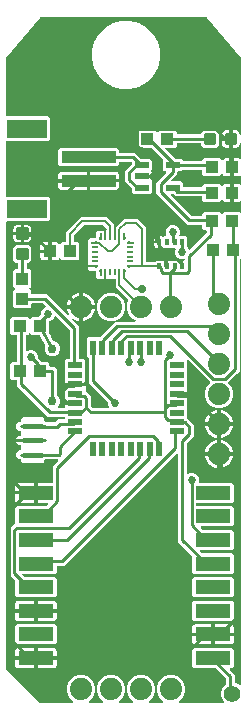
<source format=gbr>
G04 EAGLE Gerber RS-274X export*
G75*
%MOMM*%
%FSLAX34Y34*%
%LPD*%
%INTop Copper*%
%IPPOS*%
%AMOC8*
5,1,8,0,0,1.08239X$1,22.5*%
G01*
%ADD10C,1.422400*%
%ADD11R,1.100000X1.000000*%
%ADD12C,0.300000*%
%ADD13C,1.879600*%
%ADD14R,1.000000X1.100000*%
%ADD15C,0.762000*%
%ADD16R,1.270000X0.558800*%
%ADD17R,0.558800X1.270000*%
%ADD18R,3.000000X1.200000*%
%ADD19R,1.200000X0.550000*%
%ADD20R,0.495000X0.250000*%
%ADD21R,0.600000X0.250000*%
%ADD22R,0.250000X0.495000*%
%ADD23R,0.250000X0.600000*%
%ADD24R,0.350000X0.500000*%
%ADD25C,0.254000*%
%ADD26C,0.450000*%
%ADD27R,4.600000X1.000000*%
%ADD28R,3.400000X1.600000*%
%ADD29C,0.152400*%
%ADD30C,0.685800*%
%ADD31C,0.705600*%

G36*
X61358Y132092D02*
X61358Y132092D01*
X61430Y132094D01*
X61479Y132112D01*
X61530Y132120D01*
X61594Y132154D01*
X61661Y132179D01*
X61702Y132211D01*
X61748Y132236D01*
X61797Y132288D01*
X61853Y132332D01*
X61881Y132376D01*
X61917Y132414D01*
X61947Y132479D01*
X61986Y132539D01*
X61999Y132590D01*
X62021Y132637D01*
X62029Y132708D01*
X62046Y132778D01*
X62042Y132830D01*
X62048Y132881D01*
X62033Y132952D01*
X62027Y133023D01*
X62007Y133071D01*
X61996Y133122D01*
X61959Y133183D01*
X61931Y133249D01*
X61886Y133305D01*
X61869Y133333D01*
X61852Y133348D01*
X61826Y133380D01*
X58459Y136747D01*
X56641Y141135D01*
X56641Y145885D01*
X58459Y150273D01*
X61817Y153631D01*
X66205Y155449D01*
X70955Y155449D01*
X75343Y153631D01*
X78701Y150273D01*
X80519Y145885D01*
X80519Y141135D01*
X78701Y136747D01*
X75334Y133380D01*
X75292Y133322D01*
X75243Y133270D01*
X75221Y133223D01*
X75191Y133181D01*
X75170Y133112D01*
X75139Y133047D01*
X75134Y132995D01*
X75118Y132945D01*
X75120Y132874D01*
X75112Y132803D01*
X75123Y132752D01*
X75125Y132700D01*
X75149Y132632D01*
X75164Y132562D01*
X75191Y132517D01*
X75209Y132469D01*
X75254Y132413D01*
X75291Y132351D01*
X75330Y132317D01*
X75363Y132277D01*
X75423Y132238D01*
X75478Y132191D01*
X75526Y132172D01*
X75570Y132144D01*
X75639Y132126D01*
X75706Y132099D01*
X75777Y132091D01*
X75808Y132083D01*
X75832Y132085D01*
X75872Y132081D01*
X86688Y132081D01*
X86758Y132092D01*
X86830Y132094D01*
X86879Y132112D01*
X86930Y132120D01*
X86994Y132154D01*
X87061Y132179D01*
X87102Y132211D01*
X87148Y132236D01*
X87197Y132288D01*
X87253Y132332D01*
X87281Y132376D01*
X87317Y132414D01*
X87347Y132479D01*
X87386Y132539D01*
X87399Y132590D01*
X87421Y132637D01*
X87429Y132708D01*
X87446Y132778D01*
X87442Y132830D01*
X87448Y132881D01*
X87433Y132952D01*
X87427Y133023D01*
X87407Y133071D01*
X87396Y133122D01*
X87359Y133183D01*
X87331Y133249D01*
X87286Y133305D01*
X87269Y133333D01*
X87252Y133348D01*
X87226Y133380D01*
X83859Y136747D01*
X82041Y141135D01*
X82041Y145885D01*
X83859Y150273D01*
X87217Y153631D01*
X91605Y155449D01*
X96355Y155449D01*
X100743Y153631D01*
X104101Y150273D01*
X105919Y145885D01*
X105919Y141135D01*
X104101Y136747D01*
X100734Y133380D01*
X100692Y133322D01*
X100643Y133270D01*
X100621Y133223D01*
X100591Y133181D01*
X100570Y133112D01*
X100539Y133047D01*
X100534Y132995D01*
X100518Y132945D01*
X100520Y132874D01*
X100512Y132803D01*
X100523Y132752D01*
X100525Y132700D01*
X100549Y132632D01*
X100564Y132562D01*
X100591Y132517D01*
X100609Y132469D01*
X100654Y132413D01*
X100691Y132351D01*
X100730Y132317D01*
X100763Y132277D01*
X100823Y132238D01*
X100878Y132191D01*
X100926Y132172D01*
X100970Y132144D01*
X101039Y132126D01*
X101106Y132099D01*
X101177Y132091D01*
X101208Y132083D01*
X101232Y132085D01*
X101272Y132081D01*
X112088Y132081D01*
X112158Y132092D01*
X112230Y132094D01*
X112279Y132112D01*
X112330Y132120D01*
X112394Y132154D01*
X112461Y132179D01*
X112502Y132211D01*
X112548Y132236D01*
X112597Y132288D01*
X112653Y132332D01*
X112681Y132376D01*
X112717Y132414D01*
X112747Y132479D01*
X112786Y132539D01*
X112799Y132590D01*
X112821Y132637D01*
X112829Y132708D01*
X112846Y132778D01*
X112842Y132830D01*
X112848Y132881D01*
X112833Y132952D01*
X112827Y133023D01*
X112807Y133071D01*
X112796Y133122D01*
X112759Y133183D01*
X112731Y133249D01*
X112686Y133305D01*
X112669Y133333D01*
X112652Y133348D01*
X112626Y133380D01*
X109259Y136747D01*
X107441Y141135D01*
X107441Y145885D01*
X109259Y150273D01*
X112617Y153631D01*
X117005Y155449D01*
X121755Y155449D01*
X126143Y153631D01*
X129501Y150273D01*
X131319Y145885D01*
X131319Y141135D01*
X129501Y136747D01*
X126134Y133380D01*
X126092Y133322D01*
X126043Y133270D01*
X126021Y133223D01*
X125991Y133181D01*
X125970Y133112D01*
X125939Y133047D01*
X125934Y132995D01*
X125918Y132945D01*
X125920Y132874D01*
X125912Y132803D01*
X125923Y132752D01*
X125925Y132700D01*
X125949Y132632D01*
X125964Y132562D01*
X125991Y132517D01*
X126009Y132469D01*
X126054Y132413D01*
X126091Y132351D01*
X126130Y132317D01*
X126163Y132277D01*
X126223Y132238D01*
X126278Y132191D01*
X126326Y132172D01*
X126370Y132144D01*
X126439Y132126D01*
X126506Y132099D01*
X126577Y132091D01*
X126608Y132083D01*
X126632Y132085D01*
X126672Y132081D01*
X137488Y132081D01*
X137558Y132092D01*
X137630Y132094D01*
X137679Y132112D01*
X137730Y132120D01*
X137794Y132154D01*
X137861Y132179D01*
X137902Y132211D01*
X137948Y132236D01*
X137997Y132288D01*
X138053Y132332D01*
X138081Y132376D01*
X138117Y132414D01*
X138147Y132479D01*
X138186Y132539D01*
X138199Y132590D01*
X138221Y132637D01*
X138229Y132708D01*
X138246Y132778D01*
X138242Y132830D01*
X138248Y132881D01*
X138233Y132952D01*
X138227Y133023D01*
X138207Y133071D01*
X138196Y133122D01*
X138159Y133183D01*
X138131Y133249D01*
X138086Y133305D01*
X138069Y133333D01*
X138052Y133348D01*
X138026Y133380D01*
X134659Y136747D01*
X132841Y141135D01*
X132841Y145885D01*
X134659Y150273D01*
X138017Y153631D01*
X142405Y155449D01*
X147155Y155449D01*
X151543Y153631D01*
X154901Y150273D01*
X156719Y145885D01*
X156719Y141135D01*
X154901Y136747D01*
X151534Y133380D01*
X151492Y133322D01*
X151443Y133270D01*
X151421Y133223D01*
X151391Y133181D01*
X151370Y133112D01*
X151339Y133047D01*
X151334Y132995D01*
X151318Y132945D01*
X151320Y132874D01*
X151312Y132803D01*
X151323Y132752D01*
X151325Y132700D01*
X151349Y132632D01*
X151364Y132562D01*
X151391Y132517D01*
X151409Y132469D01*
X151454Y132413D01*
X151491Y132351D01*
X151530Y132317D01*
X151563Y132277D01*
X151623Y132238D01*
X151678Y132191D01*
X151726Y132172D01*
X151770Y132144D01*
X151839Y132126D01*
X151906Y132099D01*
X151977Y132091D01*
X152008Y132083D01*
X152032Y132085D01*
X152072Y132081D01*
X188980Y132081D01*
X189051Y132092D01*
X189123Y132094D01*
X189172Y132112D01*
X189223Y132120D01*
X189287Y132154D01*
X189354Y132179D01*
X189395Y132211D01*
X189441Y132236D01*
X189490Y132288D01*
X189546Y132332D01*
X189574Y132376D01*
X189610Y132414D01*
X189640Y132479D01*
X189679Y132539D01*
X189692Y132590D01*
X189714Y132637D01*
X189721Y132708D01*
X189739Y132778D01*
X189735Y132830D01*
X189741Y132881D01*
X189725Y132952D01*
X189720Y133023D01*
X189700Y133071D01*
X189688Y133122D01*
X189652Y133183D01*
X189624Y133249D01*
X189579Y133305D01*
X189562Y133333D01*
X189544Y133348D01*
X189519Y133380D01*
X188667Y134232D01*
X187197Y137780D01*
X187197Y141620D01*
X188667Y145168D01*
X191038Y147539D01*
X191082Y147600D01*
X191119Y147639D01*
X191125Y147653D01*
X191151Y147683D01*
X191163Y147713D01*
X191182Y147739D01*
X191209Y147826D01*
X191243Y147911D01*
X191247Y147952D01*
X191254Y147974D01*
X191253Y148006D01*
X191261Y148078D01*
X191261Y152538D01*
X191247Y152628D01*
X191239Y152719D01*
X191227Y152749D01*
X191222Y152781D01*
X191179Y152862D01*
X191143Y152946D01*
X191117Y152978D01*
X191106Y152998D01*
X191083Y153021D01*
X191038Y153076D01*
X182848Y161266D01*
X182775Y161319D01*
X182705Y161379D01*
X182675Y161391D01*
X182649Y161410D01*
X182562Y161437D01*
X182477Y161471D01*
X182436Y161475D01*
X182414Y161482D01*
X182381Y161481D01*
X182310Y161489D01*
X164358Y161489D01*
X162869Y162978D01*
X162869Y177082D01*
X164358Y178571D01*
X196462Y178571D01*
X197951Y177082D01*
X197951Y162978D01*
X196462Y161489D01*
X195242Y161489D01*
X195171Y161478D01*
X195099Y161476D01*
X195050Y161458D01*
X194999Y161450D01*
X194936Y161416D01*
X194868Y161391D01*
X194828Y161359D01*
X194782Y161334D01*
X194732Y161282D01*
X194676Y161238D01*
X194648Y161194D01*
X194612Y161156D01*
X194582Y161091D01*
X194543Y161031D01*
X194531Y160980D01*
X194509Y160933D01*
X194501Y160862D01*
X194483Y160792D01*
X194487Y160740D01*
X194482Y160689D01*
X194497Y160618D01*
X194502Y160547D01*
X194523Y160499D01*
X194534Y160448D01*
X194571Y160387D01*
X194599Y160321D01*
X194643Y160265D01*
X194660Y160237D01*
X194678Y160222D01*
X194703Y160190D01*
X198883Y156010D01*
X198883Y149815D01*
X198902Y149700D01*
X198919Y149584D01*
X198921Y149578D01*
X198922Y149572D01*
X198977Y149469D01*
X199030Y149365D01*
X199035Y149360D01*
X199038Y149355D01*
X199122Y149275D01*
X199206Y149192D01*
X199212Y149189D01*
X199216Y149185D01*
X199233Y149177D01*
X199353Y149111D01*
X202318Y147883D01*
X203170Y147031D01*
X203228Y146989D01*
X203280Y146940D01*
X203327Y146918D01*
X203369Y146888D01*
X203438Y146867D01*
X203503Y146836D01*
X203555Y146831D01*
X203605Y146815D01*
X203676Y146817D01*
X203747Y146809D01*
X203798Y146820D01*
X203850Y146822D01*
X203918Y146846D01*
X203988Y146862D01*
X204033Y146888D01*
X204081Y146906D01*
X204137Y146951D01*
X204199Y146988D01*
X204233Y147027D01*
X204273Y147060D01*
X204312Y147120D01*
X204359Y147175D01*
X204378Y147223D01*
X204406Y147267D01*
X204424Y147336D01*
X204451Y147403D01*
X204459Y147474D01*
X204467Y147505D01*
X204465Y147529D01*
X204469Y147570D01*
X204469Y507318D01*
X204466Y507338D01*
X204468Y507357D01*
X204446Y507459D01*
X204430Y507561D01*
X204420Y507578D01*
X204416Y507598D01*
X204363Y507687D01*
X204314Y507778D01*
X204300Y507792D01*
X204290Y507809D01*
X204211Y507876D01*
X204136Y507948D01*
X204118Y507956D01*
X204103Y507969D01*
X204007Y508008D01*
X203913Y508051D01*
X203893Y508053D01*
X203875Y508061D01*
X203708Y508079D01*
X203688Y508076D01*
X203669Y508078D01*
X203567Y508056D01*
X203465Y508040D01*
X203448Y508030D01*
X203428Y508026D01*
X203339Y507973D01*
X203248Y507924D01*
X203234Y507910D01*
X203217Y507900D01*
X203150Y507821D01*
X203078Y507746D01*
X203070Y507728D01*
X203057Y507713D01*
X203018Y507617D01*
X202975Y507523D01*
X202973Y507503D01*
X202965Y507485D01*
X202947Y507318D01*
X202947Y412950D01*
X200492Y410494D01*
X193539Y403542D01*
X193527Y403525D01*
X193512Y403513D01*
X193456Y403426D01*
X193395Y403342D01*
X193389Y403323D01*
X193379Y403306D01*
X193353Y403206D01*
X193323Y403107D01*
X193323Y403087D01*
X193319Y403068D01*
X193327Y402965D01*
X193329Y402861D01*
X193336Y402842D01*
X193338Y402822D01*
X193378Y402727D01*
X193414Y402630D01*
X193426Y402614D01*
X193434Y402596D01*
X193539Y402465D01*
X195541Y400463D01*
X197359Y396075D01*
X197359Y391325D01*
X195541Y386937D01*
X192183Y383579D01*
X187795Y381761D01*
X183045Y381761D01*
X178657Y383579D01*
X175299Y386937D01*
X173481Y391325D01*
X173481Y396075D01*
X175299Y400463D01*
X177809Y402973D01*
X177821Y402989D01*
X177836Y403002D01*
X177892Y403089D01*
X177953Y403173D01*
X177959Y403192D01*
X177969Y403209D01*
X177995Y403309D01*
X178025Y403408D01*
X178025Y403428D01*
X178029Y403447D01*
X178021Y403550D01*
X178019Y403654D01*
X178012Y403673D01*
X178010Y403692D01*
X177970Y403787D01*
X177934Y403885D01*
X177922Y403900D01*
X177914Y403919D01*
X177809Y404050D01*
X176814Y405044D01*
X159796Y422063D01*
X159738Y422104D01*
X159686Y422154D01*
X159639Y422176D01*
X159597Y422206D01*
X159528Y422227D01*
X159463Y422257D01*
X159411Y422263D01*
X159361Y422278D01*
X159290Y422277D01*
X159219Y422284D01*
X159168Y422273D01*
X159116Y422272D01*
X159048Y422247D01*
X158978Y422232D01*
X158933Y422206D01*
X158885Y422188D01*
X158829Y422143D01*
X158767Y422106D01*
X158733Y422066D01*
X158693Y422034D01*
X158654Y421974D01*
X158607Y421919D01*
X158588Y421871D01*
X158560Y421827D01*
X158542Y421758D01*
X158515Y421691D01*
X158507Y421620D01*
X158499Y421588D01*
X158501Y421565D01*
X158497Y421524D01*
X158497Y398018D01*
X158480Y397984D01*
X158447Y397938D01*
X158427Y397873D01*
X158398Y397812D01*
X158391Y397757D01*
X158375Y397703D01*
X158377Y397635D01*
X158369Y397568D01*
X158380Y397490D01*
X158381Y397457D01*
X158388Y397438D01*
X158394Y397402D01*
X158497Y397018D01*
X158497Y395286D01*
X150241Y395286D01*
X150222Y395283D01*
X150202Y395285D01*
X150100Y395263D01*
X149998Y395247D01*
X149981Y395237D01*
X149961Y395233D01*
X149872Y395180D01*
X149781Y395131D01*
X149767Y395117D01*
X149750Y395107D01*
X149683Y395028D01*
X149612Y394953D01*
X149603Y394935D01*
X149590Y394920D01*
X149552Y394824D01*
X149508Y394730D01*
X149506Y394710D01*
X149498Y394692D01*
X149480Y394525D01*
X149480Y393255D01*
X149483Y393235D01*
X149481Y393215D01*
X149503Y393114D01*
X149520Y393012D01*
X149529Y392995D01*
X149533Y392975D01*
X149586Y392886D01*
X149635Y392795D01*
X149649Y392781D01*
X149659Y392764D01*
X149738Y392697D01*
X149813Y392625D01*
X149831Y392617D01*
X149846Y392604D01*
X149943Y392565D01*
X150036Y392522D01*
X150056Y392520D01*
X150074Y392512D01*
X150241Y392494D01*
X158497Y392494D01*
X158497Y390762D01*
X158394Y390378D01*
X158387Y390310D01*
X158371Y390245D01*
X158375Y390189D01*
X158369Y390133D01*
X158384Y390067D01*
X158390Y389999D01*
X158412Y389948D01*
X158424Y389893D01*
X158460Y389835D01*
X158486Y389773D01*
X158497Y389760D01*
X158497Y373496D01*
X158511Y373406D01*
X158519Y373315D01*
X158531Y373285D01*
X158536Y373253D01*
X158579Y373172D01*
X158615Y373088D01*
X158641Y373056D01*
X158652Y373036D01*
X158675Y373013D01*
X158720Y372958D01*
X164339Y367338D01*
X164339Y358086D01*
X158466Y352212D01*
X158413Y352139D01*
X158353Y352069D01*
X158341Y352039D01*
X158322Y352013D01*
X158295Y351926D01*
X158261Y351841D01*
X158257Y351800D01*
X158250Y351778D01*
X158251Y351745D01*
X158243Y351674D01*
X158243Y326869D01*
X158250Y326823D01*
X158248Y326777D01*
X158270Y326703D01*
X158282Y326626D01*
X158304Y326585D01*
X158317Y326541D01*
X158361Y326477D01*
X158398Y326408D01*
X158431Y326377D01*
X158457Y326339D01*
X158520Y326293D01*
X158576Y326239D01*
X158618Y326220D01*
X158654Y326192D01*
X158728Y326168D01*
X158799Y326135D01*
X158845Y326130D01*
X158888Y326116D01*
X158966Y326117D01*
X159043Y326108D01*
X159088Y326118D01*
X159134Y326119D01*
X159266Y326157D01*
X159284Y326161D01*
X159288Y326163D01*
X159295Y326165D01*
X161373Y327026D01*
X163747Y327026D01*
X165942Y326117D01*
X167621Y324438D01*
X168530Y322243D01*
X168530Y319869D01*
X168428Y319623D01*
X168418Y319582D01*
X168405Y319553D01*
X168405Y319551D01*
X168398Y319537D01*
X168390Y319460D01*
X168372Y319384D01*
X168376Y319338D01*
X168371Y319293D01*
X168388Y319216D01*
X168395Y319139D01*
X168414Y319097D01*
X168423Y319052D01*
X168463Y318985D01*
X168495Y318914D01*
X168526Y318880D01*
X168550Y318841D01*
X168609Y318790D01*
X168661Y318733D01*
X168702Y318711D01*
X168737Y318681D01*
X168809Y318652D01*
X168877Y318615D01*
X168922Y318606D01*
X168965Y318589D01*
X169101Y318574D01*
X169119Y318571D01*
X169124Y318572D01*
X169131Y318571D01*
X196462Y318571D01*
X197951Y317082D01*
X197951Y302978D01*
X196462Y301489D01*
X167132Y301489D01*
X167112Y301486D01*
X167093Y301488D01*
X166991Y301466D01*
X166889Y301450D01*
X166872Y301440D01*
X166852Y301436D01*
X166763Y301383D01*
X166672Y301334D01*
X166658Y301320D01*
X166641Y301310D01*
X166574Y301231D01*
X166502Y301156D01*
X166494Y301138D01*
X166481Y301123D01*
X166442Y301027D01*
X166399Y300933D01*
X166397Y300913D01*
X166389Y300895D01*
X166371Y300728D01*
X166371Y299332D01*
X166374Y299312D01*
X166372Y299293D01*
X166394Y299191D01*
X166410Y299089D01*
X166420Y299072D01*
X166424Y299052D01*
X166477Y298963D01*
X166526Y298872D01*
X166540Y298858D01*
X166550Y298841D01*
X166629Y298774D01*
X166704Y298702D01*
X166722Y298694D01*
X166737Y298681D01*
X166833Y298642D01*
X166927Y298599D01*
X166947Y298597D01*
X166965Y298589D01*
X167132Y298571D01*
X196462Y298571D01*
X197951Y297082D01*
X197951Y282978D01*
X196462Y281489D01*
X170746Y281489D01*
X170675Y281478D01*
X170603Y281476D01*
X170554Y281458D01*
X170503Y281450D01*
X170440Y281416D01*
X170372Y281391D01*
X170332Y281359D01*
X170286Y281334D01*
X170236Y281282D01*
X170180Y281238D01*
X170152Y281194D01*
X170116Y281156D01*
X170086Y281091D01*
X170047Y281031D01*
X170035Y280980D01*
X170013Y280933D01*
X170005Y280862D01*
X169987Y280792D01*
X169991Y280740D01*
X169986Y280689D01*
X170001Y280618D01*
X170006Y280547D01*
X170027Y280499D01*
X170038Y280448D01*
X170075Y280387D01*
X170103Y280321D01*
X170147Y280265D01*
X170164Y280237D01*
X170182Y280222D01*
X170207Y280190D01*
X171604Y278794D01*
X171678Y278741D01*
X171747Y278681D01*
X171777Y278669D01*
X171803Y278650D01*
X171890Y278623D01*
X171975Y278589D01*
X172016Y278585D01*
X172038Y278578D01*
X172071Y278579D01*
X172142Y278571D01*
X196462Y278571D01*
X197951Y277082D01*
X197951Y262978D01*
X196462Y261489D01*
X170426Y261489D01*
X170355Y261478D01*
X170283Y261476D01*
X170234Y261458D01*
X170183Y261450D01*
X170120Y261416D01*
X170052Y261391D01*
X170012Y261359D01*
X169966Y261334D01*
X169916Y261282D01*
X169860Y261238D01*
X169832Y261194D01*
X169796Y261156D01*
X169766Y261091D01*
X169727Y261031D01*
X169715Y260980D01*
X169693Y260933D01*
X169685Y260862D01*
X169667Y260792D01*
X169671Y260740D01*
X169666Y260689D01*
X169681Y260618D01*
X169686Y260547D01*
X169707Y260499D01*
X169718Y260448D01*
X169755Y260387D01*
X169783Y260321D01*
X169827Y260265D01*
X169844Y260237D01*
X169862Y260222D01*
X169887Y260190D01*
X171284Y258794D01*
X171358Y258741D01*
X171427Y258681D01*
X171457Y258669D01*
X171483Y258650D01*
X171570Y258623D01*
X171655Y258589D01*
X171696Y258585D01*
X171718Y258578D01*
X171751Y258579D01*
X171822Y258571D01*
X196462Y258571D01*
X197951Y257082D01*
X197951Y242978D01*
X196462Y241489D01*
X164358Y241489D01*
X162869Y242978D01*
X162869Y256114D01*
X162855Y256204D01*
X162847Y256295D01*
X162835Y256325D01*
X162830Y256357D01*
X162787Y256438D01*
X162751Y256522D01*
X162725Y256554D01*
X162714Y256574D01*
X162691Y256597D01*
X162646Y256652D01*
X150621Y268678D01*
X150621Y342530D01*
X150610Y342601D01*
X150608Y342673D01*
X150590Y342722D01*
X150582Y342773D01*
X150548Y342836D01*
X150523Y342904D01*
X150491Y342944D01*
X150466Y342990D01*
X150414Y343040D01*
X150370Y343096D01*
X150326Y343124D01*
X150288Y343160D01*
X150223Y343190D01*
X150163Y343229D01*
X150112Y343241D01*
X150065Y343263D01*
X149994Y343271D01*
X149924Y343289D01*
X149872Y343285D01*
X149821Y343290D01*
X149750Y343275D01*
X149679Y343270D01*
X149631Y343249D01*
X149580Y343238D01*
X149519Y343201D01*
X149453Y343173D01*
X149397Y343129D01*
X149369Y343112D01*
X149354Y343094D01*
X149322Y343069D01*
X56866Y250612D01*
X54410Y248157D01*
X48712Y248157D01*
X48692Y248154D01*
X48673Y248156D01*
X48571Y248134D01*
X48469Y248118D01*
X48452Y248108D01*
X48432Y248104D01*
X48343Y248051D01*
X48252Y248002D01*
X48238Y247988D01*
X48221Y247978D01*
X48154Y247899D01*
X48082Y247824D01*
X48074Y247806D01*
X48061Y247791D01*
X48022Y247695D01*
X47979Y247601D01*
X47977Y247581D01*
X47969Y247563D01*
X47951Y247396D01*
X47951Y242978D01*
X46462Y241489D01*
X19738Y241489D01*
X19667Y241478D01*
X19595Y241476D01*
X19546Y241458D01*
X19495Y241450D01*
X19432Y241416D01*
X19364Y241391D01*
X19324Y241359D01*
X19278Y241334D01*
X19228Y241282D01*
X19172Y241238D01*
X19144Y241194D01*
X19108Y241156D01*
X19078Y241091D01*
X19039Y241031D01*
X19027Y240980D01*
X19005Y240933D01*
X18997Y240862D01*
X18979Y240792D01*
X18983Y240740D01*
X18978Y240689D01*
X18993Y240618D01*
X18998Y240547D01*
X19019Y240499D01*
X19030Y240448D01*
X19067Y240387D01*
X19095Y240321D01*
X19139Y240265D01*
X19156Y240237D01*
X19174Y240222D01*
X19199Y240190D01*
X20596Y238794D01*
X20670Y238741D01*
X20739Y238681D01*
X20769Y238669D01*
X20795Y238650D01*
X20882Y238623D01*
X20967Y238589D01*
X21008Y238585D01*
X21030Y238578D01*
X21063Y238579D01*
X21134Y238571D01*
X46462Y238571D01*
X47951Y237082D01*
X47951Y222978D01*
X46462Y221489D01*
X14358Y221489D01*
X12869Y222978D01*
X12869Y235426D01*
X12855Y235516D01*
X12847Y235607D01*
X12835Y235637D01*
X12830Y235669D01*
X12787Y235750D01*
X12751Y235834D01*
X12725Y235866D01*
X12714Y235886D01*
X12691Y235909D01*
X12646Y235964D01*
X8381Y240230D01*
X8381Y279962D01*
X12646Y284228D01*
X12699Y284301D01*
X12759Y284371D01*
X12771Y284401D01*
X12790Y284427D01*
X12817Y284514D01*
X12851Y284599D01*
X12855Y284640D01*
X12862Y284662D01*
X12861Y284695D01*
X12869Y284766D01*
X12869Y297082D01*
X14358Y298571D01*
X38866Y298571D01*
X38956Y298585D01*
X39047Y298593D01*
X39077Y298605D01*
X39109Y298610D01*
X39190Y298653D01*
X39274Y298689D01*
X39306Y298715D01*
X39326Y298726D01*
X39349Y298749D01*
X39405Y298794D01*
X40801Y300190D01*
X40842Y300248D01*
X40892Y300300D01*
X40914Y300347D01*
X40944Y300389D01*
X40965Y300458D01*
X40995Y300523D01*
X41001Y300575D01*
X41016Y300625D01*
X41015Y300696D01*
X41022Y300767D01*
X41011Y300818D01*
X41010Y300870D01*
X40985Y300938D01*
X40970Y301008D01*
X40944Y301052D01*
X40926Y301101D01*
X40881Y301157D01*
X40844Y301219D01*
X40804Y301253D01*
X40772Y301293D01*
X40712Y301332D01*
X40657Y301379D01*
X40609Y301398D01*
X40565Y301426D01*
X40496Y301444D01*
X40429Y301471D01*
X40358Y301479D01*
X40326Y301487D01*
X40303Y301485D01*
X40262Y301489D01*
X31933Y301489D01*
X31933Y309268D01*
X31930Y309288D01*
X31932Y309307D01*
X31910Y309409D01*
X31893Y309511D01*
X31884Y309528D01*
X31880Y309548D01*
X31827Y309637D01*
X31778Y309728D01*
X31764Y309742D01*
X31754Y309759D01*
X31675Y309826D01*
X31600Y309897D01*
X31582Y309906D01*
X31567Y309919D01*
X31471Y309958D01*
X31377Y310001D01*
X31357Y310003D01*
X31339Y310011D01*
X31172Y310029D01*
X30409Y310029D01*
X30409Y310031D01*
X31172Y310031D01*
X31192Y310034D01*
X31211Y310032D01*
X31313Y310054D01*
X31415Y310071D01*
X31432Y310080D01*
X31452Y310084D01*
X31541Y310137D01*
X31632Y310186D01*
X31646Y310200D01*
X31663Y310210D01*
X31730Y310289D01*
X31801Y310364D01*
X31810Y310382D01*
X31823Y310397D01*
X31861Y310493D01*
X31905Y310587D01*
X31907Y310607D01*
X31915Y310625D01*
X31933Y310792D01*
X31933Y318571D01*
X44196Y318571D01*
X44216Y318574D01*
X44235Y318572D01*
X44337Y318594D01*
X44439Y318610D01*
X44456Y318620D01*
X44476Y318624D01*
X44565Y318677D01*
X44656Y318726D01*
X44670Y318740D01*
X44687Y318750D01*
X44754Y318829D01*
X44826Y318904D01*
X44834Y318922D01*
X44847Y318937D01*
X44886Y319033D01*
X44929Y319127D01*
X44931Y319147D01*
X44939Y319165D01*
X44957Y319332D01*
X44957Y332794D01*
X47412Y335250D01*
X49383Y337220D01*
X49424Y337278D01*
X49474Y337330D01*
X49496Y337377D01*
X49526Y337419D01*
X49547Y337488D01*
X49577Y337553D01*
X49583Y337605D01*
X49598Y337655D01*
X49597Y337726D01*
X49604Y337797D01*
X49593Y337848D01*
X49592Y337900D01*
X49567Y337968D01*
X49552Y338038D01*
X49526Y338083D01*
X49508Y338131D01*
X49463Y338187D01*
X49426Y338249D01*
X49386Y338283D01*
X49354Y338323D01*
X49294Y338362D01*
X49239Y338409D01*
X49191Y338428D01*
X49147Y338456D01*
X49078Y338474D01*
X49011Y338501D01*
X48940Y338509D01*
X48908Y338517D01*
X48885Y338515D01*
X48844Y338519D01*
X38495Y338519D01*
X38405Y338505D01*
X38314Y338497D01*
X38284Y338485D01*
X38252Y338480D01*
X38171Y338437D01*
X38087Y338401D01*
X38055Y338375D01*
X38035Y338364D01*
X38012Y338341D01*
X37956Y338296D01*
X37816Y338156D01*
X37774Y338097D01*
X37725Y338046D01*
X37717Y338029D01*
X37703Y338012D01*
X37691Y337982D01*
X37672Y337956D01*
X37650Y337884D01*
X37622Y337823D01*
X37620Y337805D01*
X37611Y337784D01*
X37607Y337743D01*
X37600Y337721D01*
X37601Y337689D01*
X37593Y337617D01*
X37593Y336260D01*
X36104Y334771D01*
X19776Y334771D01*
X18287Y336260D01*
X18287Y337617D01*
X18283Y337641D01*
X18285Y337658D01*
X18271Y337722D01*
X18265Y337798D01*
X18253Y337828D01*
X18248Y337860D01*
X18237Y337880D01*
X18233Y337898D01*
X18198Y337957D01*
X18169Y338025D01*
X18143Y338057D01*
X18132Y338077D01*
X18117Y338092D01*
X18107Y338109D01*
X18090Y338124D01*
X18064Y338156D01*
X17924Y338296D01*
X17850Y338349D01*
X17780Y338409D01*
X17750Y338421D01*
X17724Y338440D01*
X17637Y338467D01*
X17552Y338501D01*
X17511Y338505D01*
X17489Y338512D01*
X17457Y338511D01*
X17385Y338519D01*
X16202Y338519D01*
X13969Y340752D01*
X13969Y343908D01*
X16202Y346141D01*
X17385Y346141D01*
X17475Y346155D01*
X17566Y346163D01*
X17596Y346175D01*
X17628Y346180D01*
X17709Y346223D01*
X17793Y346259D01*
X17825Y346285D01*
X17845Y346296D01*
X17868Y346319D01*
X17924Y346364D01*
X18064Y346504D01*
X18117Y346578D01*
X18177Y346648D01*
X18189Y346678D01*
X18208Y346704D01*
X18235Y346791D01*
X18269Y346876D01*
X18273Y346917D01*
X18280Y346939D01*
X18279Y346971D01*
X18287Y347043D01*
X18287Y349731D01*
X18276Y349798D01*
X18275Y349866D01*
X18257Y349919D01*
X18248Y349974D01*
X18216Y350034D01*
X18193Y350097D01*
X18159Y350142D01*
X18132Y350192D01*
X18084Y350238D01*
X18042Y350291D01*
X17978Y350338D01*
X17954Y350361D01*
X17935Y350370D01*
X17907Y350391D01*
X17861Y350417D01*
X17754Y350458D01*
X17647Y350501D01*
X17637Y350502D01*
X17631Y350504D01*
X17609Y350505D01*
X17480Y350519D01*
X16202Y350519D01*
X13969Y352752D01*
X13969Y355908D01*
X16202Y358141D01*
X17480Y358141D01*
X17593Y358159D01*
X17707Y358175D01*
X17716Y358179D01*
X17723Y358180D01*
X17742Y358191D01*
X17861Y358243D01*
X17907Y358269D01*
X17936Y358293D01*
X17940Y358296D01*
X17945Y358301D01*
X17959Y358312D01*
X17963Y358314D01*
X17986Y358327D01*
X17990Y358331D01*
X18017Y358347D01*
X18054Y358390D01*
X18097Y358425D01*
X18131Y358479D01*
X18156Y358505D01*
X18159Y358513D01*
X18177Y358534D01*
X18198Y358586D01*
X18228Y358634D01*
X18241Y358690D01*
X18259Y358728D01*
X18261Y358742D01*
X18269Y358762D01*
X18278Y358841D01*
X18285Y358873D01*
X18283Y358893D01*
X18287Y358929D01*
X18287Y361617D01*
X18273Y361707D01*
X18265Y361798D01*
X18253Y361828D01*
X18248Y361860D01*
X18205Y361941D01*
X18169Y362025D01*
X18143Y362057D01*
X18132Y362077D01*
X18109Y362100D01*
X18064Y362156D01*
X17924Y362296D01*
X17850Y362349D01*
X17780Y362409D01*
X17750Y362421D01*
X17724Y362440D01*
X17637Y362467D01*
X17552Y362501D01*
X17511Y362505D01*
X17489Y362512D01*
X17457Y362511D01*
X17385Y362519D01*
X16202Y362519D01*
X13969Y364752D01*
X13969Y367908D01*
X16202Y370141D01*
X17385Y370141D01*
X17475Y370155D01*
X17566Y370163D01*
X17596Y370175D01*
X17628Y370180D01*
X17709Y370223D01*
X17793Y370259D01*
X17825Y370285D01*
X17845Y370296D01*
X17868Y370319D01*
X17924Y370364D01*
X18064Y370504D01*
X18117Y370578D01*
X18177Y370648D01*
X18189Y370678D01*
X18208Y370704D01*
X18235Y370791D01*
X18269Y370876D01*
X18273Y370917D01*
X18280Y370939D01*
X18279Y370971D01*
X18287Y371043D01*
X18287Y372400D01*
X19776Y373889D01*
X36104Y373889D01*
X37593Y372400D01*
X37593Y371043D01*
X37607Y370953D01*
X37615Y370862D01*
X37627Y370832D01*
X37632Y370800D01*
X37675Y370719D01*
X37711Y370635D01*
X37737Y370603D01*
X37748Y370583D01*
X37771Y370560D01*
X37816Y370504D01*
X37956Y370364D01*
X38030Y370311D01*
X38100Y370251D01*
X38130Y370239D01*
X38156Y370220D01*
X38243Y370193D01*
X38328Y370159D01*
X38369Y370155D01*
X38391Y370148D01*
X38423Y370149D01*
X38495Y370141D01*
X39678Y370141D01*
X40025Y369794D01*
X40100Y369740D01*
X40169Y369681D01*
X40199Y369669D01*
X40225Y369650D01*
X40312Y369623D01*
X40397Y369589D01*
X40438Y369585D01*
X40460Y369578D01*
X40492Y369579D01*
X40564Y369571D01*
X46366Y369571D01*
X46456Y369585D01*
X46547Y369593D01*
X46577Y369605D01*
X46609Y369610D01*
X46690Y369653D01*
X46774Y369689D01*
X46806Y369715D01*
X46826Y369726D01*
X46844Y369744D01*
X46846Y369746D01*
X46853Y369752D01*
X46904Y369794D01*
X49222Y372111D01*
X54102Y372111D01*
X54122Y372114D01*
X54141Y372112D01*
X54243Y372134D01*
X54345Y372150D01*
X54362Y372160D01*
X54382Y372164D01*
X54471Y372217D01*
X54562Y372266D01*
X54576Y372280D01*
X54593Y372290D01*
X54660Y372369D01*
X54732Y372444D01*
X54740Y372462D01*
X54753Y372477D01*
X54792Y372573D01*
X54835Y372667D01*
X54837Y372687D01*
X54845Y372705D01*
X54863Y372872D01*
X54863Y373380D01*
X54860Y373400D01*
X54862Y373419D01*
X54840Y373521D01*
X54824Y373623D01*
X54814Y373640D01*
X54810Y373660D01*
X54757Y373749D01*
X54708Y373840D01*
X54694Y373854D01*
X54684Y373871D01*
X54605Y373938D01*
X54530Y374010D01*
X54512Y374018D01*
X54497Y374031D01*
X54401Y374070D01*
X54307Y374113D01*
X54287Y374115D01*
X54269Y374123D01*
X54102Y374141D01*
X41094Y374141D01*
X14477Y400758D01*
X14477Y404448D01*
X14474Y404468D01*
X14476Y404487D01*
X14454Y404589D01*
X14438Y404691D01*
X14428Y404708D01*
X14424Y404728D01*
X14371Y404817D01*
X14322Y404908D01*
X14308Y404922D01*
X14298Y404939D01*
X14219Y405006D01*
X14144Y405078D01*
X14126Y405086D01*
X14111Y405099D01*
X14015Y405138D01*
X13921Y405181D01*
X13901Y405183D01*
X13883Y405191D01*
X13716Y405209D01*
X10348Y405209D01*
X8859Y406698D01*
X8859Y418802D01*
X10348Y420291D01*
X13716Y420291D01*
X13736Y420294D01*
X13755Y420292D01*
X13857Y420314D01*
X13959Y420330D01*
X13976Y420340D01*
X13996Y420344D01*
X14085Y420397D01*
X14176Y420446D01*
X14190Y420460D01*
X14207Y420470D01*
X14274Y420549D01*
X14346Y420624D01*
X14354Y420642D01*
X14367Y420657D01*
X14406Y420753D01*
X14449Y420847D01*
X14451Y420867D01*
X14459Y420885D01*
X14477Y421052D01*
X14477Y442548D01*
X14474Y442568D01*
X14476Y442587D01*
X14454Y442689D01*
X14438Y442791D01*
X14428Y442808D01*
X14424Y442828D01*
X14371Y442917D01*
X14322Y443008D01*
X14308Y443022D01*
X14298Y443039D01*
X14219Y443106D01*
X14144Y443178D01*
X14126Y443186D01*
X14111Y443199D01*
X14015Y443238D01*
X13921Y443281D01*
X13901Y443283D01*
X13883Y443291D01*
X13716Y443309D01*
X10348Y443309D01*
X8859Y444798D01*
X8859Y456902D01*
X10348Y458391D01*
X23452Y458391D01*
X24862Y456981D01*
X24878Y456970D01*
X24890Y456954D01*
X24978Y456898D01*
X25061Y456838D01*
X25080Y456832D01*
X25097Y456821D01*
X25198Y456796D01*
X25297Y456766D01*
X25316Y456766D01*
X25336Y456761D01*
X25439Y456769D01*
X25542Y456772D01*
X25561Y456779D01*
X25581Y456780D01*
X25676Y456821D01*
X25773Y456856D01*
X25789Y456869D01*
X25807Y456877D01*
X25938Y456981D01*
X27348Y458391D01*
X32062Y458391D01*
X32152Y458405D01*
X32243Y458413D01*
X32273Y458425D01*
X32305Y458430D01*
X32386Y458473D01*
X32470Y458509D01*
X32502Y458535D01*
X32522Y458546D01*
X32545Y458569D01*
X32601Y458614D01*
X34447Y460460D01*
X34500Y460534D01*
X34560Y460604D01*
X34572Y460634D01*
X34591Y460660D01*
X34618Y460747D01*
X34652Y460832D01*
X34656Y460873D01*
X34663Y460895D01*
X34662Y460927D01*
X34670Y460999D01*
X34670Y462451D01*
X35579Y464646D01*
X37258Y466325D01*
X38392Y466794D01*
X38431Y466819D01*
X38474Y466834D01*
X38535Y466883D01*
X38601Y466924D01*
X38630Y466959D01*
X38666Y466988D01*
X38708Y467053D01*
X38758Y467113D01*
X38774Y467156D01*
X38799Y467195D01*
X38818Y467270D01*
X38846Y467343D01*
X38848Y467389D01*
X38859Y467433D01*
X38853Y467511D01*
X38856Y467589D01*
X38844Y467633D01*
X38840Y467679D01*
X38809Y467750D01*
X38788Y467825D01*
X38762Y467863D01*
X38744Y467905D01*
X38658Y468012D01*
X38648Y468027D01*
X38643Y468030D01*
X38639Y468036D01*
X36608Y470066D01*
X36535Y470119D01*
X36465Y470179D01*
X36435Y470191D01*
X36409Y470210D01*
X36322Y470237D01*
X36237Y470271D01*
X36196Y470275D01*
X36174Y470282D01*
X36141Y470281D01*
X36070Y470289D01*
X27352Y470289D01*
X27332Y470286D01*
X27313Y470288D01*
X27211Y470266D01*
X27109Y470250D01*
X27092Y470240D01*
X27072Y470236D01*
X26983Y470183D01*
X26892Y470134D01*
X26878Y470120D01*
X26861Y470110D01*
X26794Y470031D01*
X26722Y469956D01*
X26714Y469938D01*
X26701Y469923D01*
X26662Y469827D01*
X26619Y469733D01*
X26617Y469713D01*
X26609Y469695D01*
X26591Y469528D01*
X26591Y467548D01*
X25102Y466059D01*
X12998Y466059D01*
X11509Y467548D01*
X11509Y480652D01*
X12919Y482062D01*
X12930Y482078D01*
X12946Y482090D01*
X13002Y482178D01*
X13062Y482261D01*
X13068Y482280D01*
X13079Y482297D01*
X13104Y482398D01*
X13134Y482497D01*
X13134Y482516D01*
X13139Y482536D01*
X13131Y482639D01*
X13128Y482742D01*
X13121Y482761D01*
X13120Y482781D01*
X13079Y482876D01*
X13044Y482973D01*
X13031Y482989D01*
X13023Y483007D01*
X12919Y483138D01*
X11509Y484548D01*
X11509Y497652D01*
X12998Y499141D01*
X14478Y499141D01*
X14498Y499144D01*
X14517Y499142D01*
X14619Y499164D01*
X14721Y499180D01*
X14738Y499190D01*
X14758Y499194D01*
X14847Y499247D01*
X14938Y499296D01*
X14952Y499310D01*
X14969Y499320D01*
X15036Y499399D01*
X15108Y499474D01*
X15116Y499492D01*
X15129Y499507D01*
X15168Y499603D01*
X15211Y499697D01*
X15213Y499717D01*
X15221Y499735D01*
X15239Y499902D01*
X15239Y503628D01*
X15236Y503648D01*
X15238Y503667D01*
X15216Y503769D01*
X15200Y503871D01*
X15190Y503888D01*
X15186Y503908D01*
X15133Y503997D01*
X15084Y504088D01*
X15070Y504102D01*
X15060Y504119D01*
X14981Y504186D01*
X14906Y504258D01*
X14888Y504266D01*
X14873Y504279D01*
X14777Y504318D01*
X14683Y504361D01*
X14663Y504363D01*
X14645Y504371D01*
X14478Y504389D01*
X13876Y504389D01*
X11509Y506756D01*
X11509Y517104D01*
X13876Y519471D01*
X24224Y519471D01*
X26591Y517104D01*
X26591Y506756D01*
X24224Y504389D01*
X23622Y504389D01*
X23602Y504386D01*
X23583Y504388D01*
X23481Y504366D01*
X23379Y504350D01*
X23362Y504340D01*
X23342Y504336D01*
X23253Y504283D01*
X23162Y504234D01*
X23148Y504220D01*
X23131Y504210D01*
X23064Y504131D01*
X22992Y504056D01*
X22984Y504038D01*
X22971Y504023D01*
X22932Y503927D01*
X22889Y503833D01*
X22887Y503813D01*
X22879Y503795D01*
X22861Y503628D01*
X22861Y499902D01*
X22864Y499882D01*
X22862Y499863D01*
X22884Y499761D01*
X22900Y499659D01*
X22910Y499642D01*
X22914Y499622D01*
X22967Y499533D01*
X23016Y499442D01*
X23030Y499428D01*
X23040Y499411D01*
X23119Y499344D01*
X23194Y499272D01*
X23212Y499264D01*
X23227Y499251D01*
X23323Y499212D01*
X23417Y499169D01*
X23437Y499167D01*
X23455Y499159D01*
X23622Y499141D01*
X25102Y499141D01*
X26591Y497652D01*
X26591Y484548D01*
X25181Y483138D01*
X25170Y483122D01*
X25154Y483110D01*
X25098Y483022D01*
X25038Y482939D01*
X25032Y482920D01*
X25021Y482903D01*
X24996Y482802D01*
X24966Y482703D01*
X24966Y482684D01*
X24961Y482664D01*
X24969Y482561D01*
X24972Y482458D01*
X24979Y482439D01*
X24980Y482419D01*
X25021Y482324D01*
X25056Y482227D01*
X25069Y482211D01*
X25077Y482193D01*
X25181Y482062D01*
X26591Y480652D01*
X26591Y478672D01*
X26594Y478652D01*
X26592Y478633D01*
X26614Y478531D01*
X26630Y478429D01*
X26640Y478412D01*
X26644Y478392D01*
X26697Y478303D01*
X26746Y478212D01*
X26760Y478198D01*
X26770Y478181D01*
X26849Y478114D01*
X26924Y478042D01*
X26942Y478034D01*
X26957Y478021D01*
X27053Y477982D01*
X27147Y477939D01*
X27167Y477937D01*
X27185Y477929D01*
X27352Y477911D01*
X39542Y477911D01*
X57068Y460386D01*
X57071Y460383D01*
X57073Y460380D01*
X57161Y460319D01*
X57194Y460290D01*
X57209Y460284D01*
X57267Y460242D01*
X57271Y460241D01*
X57274Y460239D01*
X57389Y460205D01*
X57502Y460170D01*
X57506Y460170D01*
X57510Y460169D01*
X57629Y460173D01*
X57748Y460176D01*
X57752Y460178D01*
X57756Y460178D01*
X57866Y460219D01*
X57979Y460261D01*
X57982Y460263D01*
X57986Y460265D01*
X58077Y460339D01*
X58171Y460414D01*
X58173Y460418D01*
X58177Y460420D01*
X58239Y460520D01*
X58304Y460621D01*
X58305Y460625D01*
X58307Y460628D01*
X58335Y460744D01*
X58364Y460860D01*
X58364Y460864D01*
X58365Y460868D01*
X58356Y460968D01*
X58357Y460980D01*
X58354Y460998D01*
X58345Y461105D01*
X58344Y461109D01*
X58343Y461113D01*
X58309Y461204D01*
X58305Y461221D01*
X58298Y461233D01*
X58284Y461270D01*
X57516Y462777D01*
X56935Y464564D01*
X56734Y465837D01*
X67057Y465837D01*
X67057Y455514D01*
X65784Y455715D01*
X63997Y456296D01*
X62490Y457064D01*
X62486Y457065D01*
X62482Y457068D01*
X62369Y457103D01*
X62368Y457103D01*
X62335Y457116D01*
X62322Y457117D01*
X62255Y457139D01*
X62251Y457139D01*
X62247Y457140D01*
X62128Y457137D01*
X62009Y457135D01*
X62006Y457134D01*
X62002Y457134D01*
X61890Y457093D01*
X61777Y457053D01*
X61774Y457051D01*
X61771Y457049D01*
X61677Y456975D01*
X61584Y456901D01*
X61582Y456898D01*
X61578Y456895D01*
X61514Y456795D01*
X61449Y456696D01*
X61448Y456692D01*
X61445Y456689D01*
X61417Y456574D01*
X61386Y456458D01*
X61386Y456454D01*
X61385Y456450D01*
X61395Y456331D01*
X61403Y456212D01*
X61404Y456209D01*
X61405Y456205D01*
X61445Y456110D01*
X61449Y456093D01*
X61459Y456075D01*
X61497Y455985D01*
X61499Y455982D01*
X61501Y455978D01*
X61566Y455897D01*
X61575Y455882D01*
X61585Y455874D01*
X61606Y455848D01*
X66803Y450650D01*
X66803Y423986D01*
X66806Y423966D01*
X66804Y423947D01*
X66826Y423845D01*
X66842Y423743D01*
X66852Y423726D01*
X66856Y423706D01*
X66909Y423617D01*
X66958Y423526D01*
X66972Y423512D01*
X66982Y423495D01*
X67061Y423428D01*
X67136Y423356D01*
X67154Y423348D01*
X67169Y423335D01*
X67265Y423296D01*
X67359Y423253D01*
X67379Y423251D01*
X67397Y423243D01*
X67564Y423225D01*
X71156Y423225D01*
X72645Y421736D01*
X72645Y406018D01*
X72628Y405984D01*
X72595Y405938D01*
X72575Y405873D01*
X72546Y405812D01*
X72539Y405757D01*
X72523Y405703D01*
X72525Y405635D01*
X72517Y405568D01*
X72528Y405490D01*
X72529Y405457D01*
X72536Y405438D01*
X72542Y405402D01*
X72645Y405018D01*
X72645Y403286D01*
X64389Y403286D01*
X64370Y403283D01*
X64350Y403285D01*
X64248Y403263D01*
X64146Y403247D01*
X64129Y403237D01*
X64109Y403233D01*
X64020Y403180D01*
X63929Y403131D01*
X63915Y403117D01*
X63898Y403107D01*
X63831Y403028D01*
X63760Y402953D01*
X63752Y402935D01*
X63725Y402985D01*
X63711Y402999D01*
X63701Y403016D01*
X63622Y403083D01*
X63547Y403155D01*
X63529Y403163D01*
X63514Y403176D01*
X63417Y403215D01*
X63324Y403258D01*
X63304Y403260D01*
X63286Y403268D01*
X63119Y403286D01*
X54863Y403286D01*
X54863Y405018D01*
X54966Y405402D01*
X54973Y405470D01*
X54989Y405535D01*
X54985Y405591D01*
X54991Y405647D01*
X54976Y405713D01*
X54970Y405781D01*
X54948Y405832D01*
X54936Y405887D01*
X54900Y405945D01*
X54874Y406007D01*
X54863Y406020D01*
X54863Y421736D01*
X56352Y423225D01*
X58420Y423225D01*
X58440Y423228D01*
X58459Y423226D01*
X58561Y423248D01*
X58663Y423264D01*
X58680Y423274D01*
X58700Y423278D01*
X58789Y423331D01*
X58880Y423380D01*
X58894Y423394D01*
X58911Y423404D01*
X58978Y423483D01*
X59050Y423558D01*
X59058Y423576D01*
X59071Y423591D01*
X59110Y423687D01*
X59153Y423781D01*
X59155Y423801D01*
X59163Y423819D01*
X59181Y423986D01*
X59181Y447178D01*
X59167Y447268D01*
X59159Y447359D01*
X59147Y447389D01*
X59142Y447421D01*
X59099Y447502D01*
X59063Y447586D01*
X59037Y447618D01*
X59026Y447638D01*
X59003Y447661D01*
X58958Y447716D01*
X47412Y459263D01*
X47375Y459290D01*
X47344Y459323D01*
X47275Y459361D01*
X47212Y459406D01*
X47168Y459420D01*
X47128Y459442D01*
X47051Y459456D01*
X46977Y459479D01*
X46931Y459478D01*
X46886Y459486D01*
X46809Y459474D01*
X46731Y459472D01*
X46688Y459457D01*
X46643Y459450D01*
X46573Y459415D01*
X46500Y459388D01*
X46464Y459359D01*
X46423Y459338D01*
X46369Y459283D01*
X46308Y459234D01*
X46283Y459196D01*
X46251Y459163D01*
X46185Y459043D01*
X46175Y459027D01*
X46174Y459022D01*
X46170Y459016D01*
X45701Y457882D01*
X44022Y456203D01*
X42411Y455536D01*
X42311Y455474D01*
X42211Y455414D01*
X42207Y455410D01*
X42202Y455406D01*
X42127Y455316D01*
X42051Y455227D01*
X42049Y455222D01*
X42045Y455217D01*
X42003Y455108D01*
X41959Y454999D01*
X41958Y454992D01*
X41957Y454987D01*
X41956Y454969D01*
X41941Y454833D01*
X41941Y444634D01*
X41916Y444554D01*
X41917Y444517D01*
X41910Y444481D01*
X41920Y444395D01*
X41922Y444309D01*
X41935Y444274D01*
X41940Y444237D01*
X42004Y444082D01*
X45072Y438543D01*
X45118Y438485D01*
X45156Y438421D01*
X45193Y438389D01*
X45224Y438350D01*
X45286Y438309D01*
X45343Y438261D01*
X45389Y438243D01*
X45430Y438216D01*
X45502Y438197D01*
X45571Y438169D01*
X45638Y438162D01*
X45668Y438154D01*
X45693Y438156D01*
X45704Y438154D01*
X48047Y437184D01*
X49834Y435397D01*
X50801Y433063D01*
X50801Y430537D01*
X49834Y428203D01*
X48047Y426416D01*
X45713Y425449D01*
X43187Y425449D01*
X40853Y426416D01*
X39066Y428203D01*
X38099Y430537D01*
X38099Y433063D01*
X38513Y434062D01*
X38515Y434073D01*
X38521Y434082D01*
X38544Y434192D01*
X38569Y434302D01*
X38568Y434312D01*
X38570Y434323D01*
X38557Y434435D01*
X38546Y434546D01*
X38542Y434556D01*
X38540Y434567D01*
X38476Y434722D01*
X33937Y442917D01*
X33891Y442975D01*
X33853Y443039D01*
X33816Y443071D01*
X33785Y443110D01*
X33723Y443151D01*
X33666Y443199D01*
X33620Y443217D01*
X33579Y443244D01*
X33507Y443263D01*
X33438Y443291D01*
X33371Y443298D01*
X33341Y443306D01*
X33316Y443304D01*
X33271Y443309D01*
X27348Y443309D01*
X25938Y444719D01*
X25922Y444730D01*
X25910Y444746D01*
X25822Y444802D01*
X25739Y444862D01*
X25720Y444868D01*
X25703Y444879D01*
X25602Y444904D01*
X25503Y444934D01*
X25484Y444934D01*
X25464Y444939D01*
X25361Y444931D01*
X25258Y444928D01*
X25239Y444921D01*
X25219Y444920D01*
X25124Y444879D01*
X25027Y444844D01*
X25011Y444831D01*
X24993Y444823D01*
X24862Y444719D01*
X23452Y443309D01*
X22860Y443309D01*
X22840Y443306D01*
X22821Y443308D01*
X22719Y443286D01*
X22617Y443270D01*
X22600Y443260D01*
X22580Y443256D01*
X22491Y443203D01*
X22400Y443154D01*
X22386Y443140D01*
X22369Y443130D01*
X22302Y443051D01*
X22230Y442976D01*
X22222Y442958D01*
X22209Y442943D01*
X22170Y442847D01*
X22127Y442753D01*
X22125Y442733D01*
X22117Y442715D01*
X22099Y442548D01*
X22099Y430501D01*
X22106Y430455D01*
X22104Y430409D01*
X22126Y430335D01*
X22138Y430258D01*
X22160Y430217D01*
X22173Y430173D01*
X22217Y430109D01*
X22254Y430040D01*
X22287Y430009D01*
X22313Y429971D01*
X22376Y429925D01*
X22432Y429871D01*
X22474Y429852D01*
X22510Y429824D01*
X22584Y429800D01*
X22655Y429767D01*
X22701Y429762D01*
X22744Y429748D01*
X22822Y429749D01*
X22899Y429740D01*
X22944Y429750D01*
X22990Y429751D01*
X23122Y429789D01*
X23140Y429793D01*
X23144Y429795D01*
X23151Y429797D01*
X25229Y430658D01*
X27603Y430658D01*
X29798Y429749D01*
X31477Y428070D01*
X32386Y425875D01*
X32386Y424423D01*
X32400Y424333D01*
X32408Y424242D01*
X32420Y424212D01*
X32425Y424180D01*
X32468Y424099D01*
X32504Y424015D01*
X32530Y423983D01*
X32541Y423963D01*
X32564Y423940D01*
X32584Y423916D01*
X32587Y423910D01*
X32591Y423907D01*
X32609Y423885D01*
X35980Y420514D01*
X36053Y420461D01*
X36123Y420401D01*
X36153Y420389D01*
X36179Y420370D01*
X36266Y420343D01*
X36351Y420309D01*
X36392Y420305D01*
X36414Y420298D01*
X36447Y420299D01*
X36518Y420291D01*
X40452Y420291D01*
X41941Y418802D01*
X41941Y417322D01*
X41944Y417302D01*
X41942Y417283D01*
X41964Y417181D01*
X41980Y417079D01*
X41990Y417062D01*
X41994Y417042D01*
X42047Y416953D01*
X42096Y416862D01*
X42110Y416848D01*
X42120Y416831D01*
X42199Y416764D01*
X42274Y416692D01*
X42292Y416684D01*
X42307Y416671D01*
X42403Y416632D01*
X42497Y416589D01*
X42517Y416587D01*
X42535Y416579D01*
X42702Y416561D01*
X46028Y416561D01*
X48261Y414328D01*
X48261Y392836D01*
X48275Y392746D01*
X48283Y392655D01*
X48295Y392625D01*
X48300Y392593D01*
X48343Y392512D01*
X48379Y392429D01*
X48405Y392396D01*
X48416Y392376D01*
X48439Y392354D01*
X48484Y392298D01*
X49834Y390947D01*
X50801Y388613D01*
X50801Y386087D01*
X49834Y383753D01*
X49144Y383062D01*
X49102Y383004D01*
X49052Y382952D01*
X49030Y382905D01*
X49000Y382863D01*
X48979Y382794D01*
X48949Y382729D01*
X48943Y382677D01*
X48928Y382627D01*
X48930Y382556D01*
X48922Y382485D01*
X48933Y382434D01*
X48934Y382382D01*
X48959Y382314D01*
X48974Y382244D01*
X49001Y382199D01*
X49018Y382151D01*
X49063Y382095D01*
X49100Y382033D01*
X49140Y381999D01*
X49172Y381959D01*
X49232Y381920D01*
X49287Y381873D01*
X49335Y381854D01*
X49379Y381826D01*
X49449Y381808D01*
X49515Y381781D01*
X49586Y381773D01*
X49618Y381765D01*
X49641Y381767D01*
X49682Y381763D01*
X54139Y381763D01*
X54255Y381782D01*
X54374Y381800D01*
X54378Y381802D01*
X54382Y381802D01*
X54486Y381858D01*
X54592Y381913D01*
X54595Y381916D01*
X54599Y381918D01*
X54681Y382004D01*
X54764Y382089D01*
X54765Y382093D01*
X54768Y382096D01*
X54818Y382204D01*
X54870Y382311D01*
X54870Y382315D01*
X54872Y382319D01*
X54885Y382437D01*
X54899Y382555D01*
X54899Y382560D01*
X54899Y382563D01*
X54896Y382577D01*
X54874Y382721D01*
X54863Y382762D01*
X54863Y384494D01*
X63119Y384494D01*
X63138Y384497D01*
X63158Y384495D01*
X63260Y384517D01*
X63362Y384533D01*
X63379Y384543D01*
X63399Y384547D01*
X63488Y384600D01*
X63579Y384649D01*
X63593Y384663D01*
X63610Y384673D01*
X63677Y384752D01*
X63748Y384827D01*
X63757Y384845D01*
X63770Y384860D01*
X63808Y384956D01*
X63852Y385050D01*
X63854Y385070D01*
X63862Y385088D01*
X63880Y385255D01*
X63880Y386525D01*
X63877Y386545D01*
X63879Y386564D01*
X63857Y386666D01*
X63840Y386768D01*
X63831Y386785D01*
X63827Y386805D01*
X63774Y386894D01*
X63725Y386985D01*
X63711Y386999D01*
X63701Y387016D01*
X63622Y387083D01*
X63547Y387155D01*
X63529Y387163D01*
X63514Y387176D01*
X63417Y387215D01*
X63324Y387258D01*
X63304Y387260D01*
X63286Y387268D01*
X63119Y387286D01*
X54863Y387286D01*
X54863Y389018D01*
X54966Y389402D01*
X54973Y389470D01*
X54989Y389535D01*
X54985Y389591D01*
X54991Y389647D01*
X54976Y389713D01*
X54970Y389781D01*
X54948Y389832D01*
X54936Y389887D01*
X54900Y389945D01*
X54874Y390007D01*
X54863Y390020D01*
X54863Y397762D01*
X54880Y397796D01*
X54913Y397842D01*
X54933Y397907D01*
X54962Y397968D01*
X54969Y398023D01*
X54985Y398077D01*
X54983Y398145D01*
X54991Y398212D01*
X54980Y398290D01*
X54979Y398323D01*
X54972Y398342D01*
X54966Y398378D01*
X54863Y398762D01*
X54863Y400494D01*
X63119Y400494D01*
X63138Y400497D01*
X63158Y400495D01*
X63260Y400517D01*
X63362Y400533D01*
X63379Y400543D01*
X63399Y400547D01*
X63488Y400600D01*
X63579Y400649D01*
X63593Y400663D01*
X63610Y400673D01*
X63677Y400752D01*
X63748Y400827D01*
X63756Y400844D01*
X63783Y400795D01*
X63797Y400781D01*
X63807Y400764D01*
X63886Y400697D01*
X63961Y400625D01*
X63979Y400617D01*
X63994Y400604D01*
X64091Y400565D01*
X64184Y400522D01*
X64204Y400520D01*
X64222Y400512D01*
X64389Y400494D01*
X72645Y400494D01*
X72645Y398762D01*
X72542Y398378D01*
X72535Y398310D01*
X72519Y398245D01*
X72523Y398189D01*
X72517Y398133D01*
X72532Y398067D01*
X72538Y397999D01*
X72560Y397948D01*
X72572Y397893D01*
X72608Y397835D01*
X72634Y397773D01*
X72645Y397760D01*
X72645Y396356D01*
X72659Y396266D01*
X72667Y396175D01*
X72679Y396145D01*
X72684Y396113D01*
X72727Y396032D01*
X72763Y395948D01*
X72789Y395916D01*
X72800Y395896D01*
X72823Y395874D01*
X72868Y395817D01*
X75154Y393532D01*
X76963Y391722D01*
X76963Y383910D01*
X76977Y383820D01*
X76985Y383729D01*
X76997Y383699D01*
X77002Y383667D01*
X77045Y383586D01*
X77081Y383502D01*
X77107Y383470D01*
X77118Y383450D01*
X77141Y383427D01*
X77186Y383372D01*
X78572Y381986D01*
X78645Y381933D01*
X78715Y381873D01*
X78745Y381861D01*
X78771Y381842D01*
X78858Y381815D01*
X78943Y381781D01*
X78984Y381777D01*
X79006Y381770D01*
X79039Y381771D01*
X79110Y381763D01*
X91723Y381763D01*
X91769Y381770D01*
X91815Y381768D01*
X91889Y381790D01*
X91966Y381802D01*
X92007Y381824D01*
X92051Y381837D01*
X92115Y381881D01*
X92184Y381918D01*
X92215Y381951D01*
X92253Y381977D01*
X92299Y382040D01*
X92353Y382096D01*
X92372Y382138D01*
X92400Y382174D01*
X92424Y382248D01*
X92457Y382319D01*
X92462Y382365D01*
X92476Y382408D01*
X92475Y382486D01*
X92484Y382563D01*
X92474Y382608D01*
X92473Y382654D01*
X92435Y382786D01*
X92431Y382804D01*
X92429Y382808D01*
X92428Y382812D01*
X92427Y382813D01*
X92427Y382815D01*
X91566Y384893D01*
X91566Y386345D01*
X91564Y386362D01*
X91565Y386378D01*
X91551Y386444D01*
X91544Y386526D01*
X91532Y386556D01*
X91527Y386588D01*
X91515Y386610D01*
X91513Y386618D01*
X91492Y386653D01*
X91484Y386669D01*
X91448Y386753D01*
X91422Y386785D01*
X91411Y386805D01*
X91388Y386828D01*
X91343Y386884D01*
X75437Y402790D01*
X75437Y423164D01*
X75434Y423184D01*
X75436Y423203D01*
X75414Y423305D01*
X75398Y423407D01*
X75388Y423424D01*
X75384Y423444D01*
X75331Y423533D01*
X75282Y423624D01*
X75268Y423638D01*
X75258Y423655D01*
X75179Y423722D01*
X75104Y423794D01*
X75086Y423802D01*
X75071Y423815D01*
X74975Y423854D01*
X74881Y423897D01*
X74861Y423899D01*
X74858Y423901D01*
X73345Y425414D01*
X73345Y440218D01*
X74834Y441707D01*
X84466Y441707D01*
X84556Y441721D01*
X84647Y441729D01*
X84677Y441741D01*
X84709Y441746D01*
X84790Y441789D01*
X84874Y441825D01*
X84906Y441851D01*
X84926Y441862D01*
X84949Y441885D01*
X85004Y441930D01*
X95534Y452460D01*
X97304Y454229D01*
X97361Y454308D01*
X97423Y454383D01*
X97432Y454408D01*
X97448Y454429D01*
X97476Y454522D01*
X97511Y454613D01*
X97512Y454639D01*
X97520Y454664D01*
X97517Y454761D01*
X97522Y454859D01*
X97514Y454884D01*
X97514Y454910D01*
X97480Y455001D01*
X97453Y455095D01*
X97438Y455116D01*
X97429Y455141D01*
X97368Y455217D01*
X97313Y455297D01*
X97292Y455313D01*
X97275Y455333D01*
X97193Y455386D01*
X97115Y455444D01*
X97091Y455452D01*
X97069Y455466D01*
X96974Y455490D01*
X96882Y455520D01*
X96855Y455520D01*
X96830Y455526D01*
X96733Y455519D01*
X96636Y455518D01*
X96604Y455508D01*
X96585Y455507D01*
X96555Y455494D01*
X96474Y455471D01*
X96355Y455421D01*
X91605Y455421D01*
X87217Y457239D01*
X83859Y460597D01*
X82041Y464985D01*
X82041Y469735D01*
X83859Y474123D01*
X87217Y477481D01*
X91605Y479299D01*
X96355Y479299D01*
X100743Y477481D01*
X104101Y474123D01*
X105919Y469735D01*
X105919Y464985D01*
X104101Y460597D01*
X100743Y457239D01*
X98668Y456379D01*
X98585Y456328D01*
X98499Y456282D01*
X98481Y456263D01*
X98459Y456250D01*
X98396Y456175D01*
X98329Y456104D01*
X98318Y456080D01*
X98302Y456060D01*
X98267Y455969D01*
X98226Y455881D01*
X98223Y455855D01*
X98214Y455831D01*
X98209Y455733D01*
X98199Y455637D01*
X98204Y455611D01*
X98203Y455585D01*
X98230Y455491D01*
X98251Y455396D01*
X98264Y455374D01*
X98272Y455349D01*
X98327Y455269D01*
X98377Y455185D01*
X98397Y455168D01*
X98412Y455147D01*
X98490Y455088D01*
X98564Y455025D01*
X98588Y455015D01*
X98609Y455000D01*
X98702Y454970D01*
X98792Y454933D01*
X98825Y454930D01*
X98843Y454924D01*
X98876Y454924D01*
X98959Y454915D01*
X114401Y454915D01*
X114497Y454930D01*
X114594Y454940D01*
X114618Y454950D01*
X114644Y454954D01*
X114730Y455000D01*
X114819Y455040D01*
X114838Y455057D01*
X114861Y455070D01*
X114928Y455140D01*
X115000Y455206D01*
X115013Y455229D01*
X115031Y455248D01*
X115072Y455336D01*
X115119Y455422D01*
X115123Y455447D01*
X115134Y455471D01*
X115145Y455568D01*
X115162Y455664D01*
X115158Y455690D01*
X115161Y455715D01*
X115141Y455811D01*
X115126Y455907D01*
X115115Y455930D01*
X115109Y455956D01*
X115059Y456039D01*
X115015Y456126D01*
X114996Y456145D01*
X114983Y456167D01*
X114909Y456230D01*
X114839Y456298D01*
X114811Y456314D01*
X114796Y456327D01*
X114765Y456339D01*
X114692Y456379D01*
X112617Y457239D01*
X109259Y460597D01*
X107441Y464985D01*
X107441Y469735D01*
X108680Y472725D01*
X108706Y472838D01*
X108735Y472952D01*
X108735Y472958D01*
X108736Y472964D01*
X108725Y473081D01*
X108716Y473197D01*
X108713Y473203D01*
X108713Y473209D01*
X108665Y473317D01*
X108620Y473423D01*
X108615Y473429D01*
X108613Y473434D01*
X108600Y473448D01*
X108515Y473554D01*
X97947Y484122D01*
X97947Y490508D01*
X97944Y490528D01*
X97946Y490547D01*
X97924Y490649D01*
X97908Y490751D01*
X97898Y490768D01*
X97894Y490788D01*
X97841Y490877D01*
X97792Y490968D01*
X97778Y490982D01*
X97768Y490999D01*
X97689Y491066D01*
X97614Y491138D01*
X97596Y491146D01*
X97581Y491159D01*
X97485Y491198D01*
X97391Y491241D01*
X97371Y491243D01*
X97353Y491251D01*
X97186Y491269D01*
X90011Y491269D01*
X90011Y491890D01*
X89997Y491980D01*
X89990Y492071D01*
X89984Y492085D01*
X89982Y492100D01*
X89975Y492115D01*
X89972Y492133D01*
X89929Y492214D01*
X89893Y492297D01*
X89882Y492312D01*
X89877Y492322D01*
X89865Y492335D01*
X89857Y492350D01*
X89833Y492372D01*
X89788Y492428D01*
X89788Y492429D01*
X89744Y492460D01*
X89706Y492500D01*
X89691Y492508D01*
X89678Y492520D01*
X89631Y492542D01*
X89589Y492572D01*
X89537Y492588D01*
X89488Y492613D01*
X89471Y492616D01*
X89455Y492623D01*
X89404Y492629D01*
X89353Y492644D01*
X89299Y492643D01*
X89245Y492652D01*
X89227Y492649D01*
X89211Y492650D01*
X89210Y492650D01*
X89160Y492639D01*
X89108Y492638D01*
X89056Y492619D01*
X89003Y492610D01*
X88987Y492602D01*
X88970Y492598D01*
X88926Y492572D01*
X88877Y492554D01*
X88834Y492520D01*
X88786Y492494D01*
X88770Y492479D01*
X88759Y492472D01*
X88739Y492448D01*
X88708Y492418D01*
X88685Y492400D01*
X88678Y492390D01*
X88665Y492378D01*
X88665Y492377D01*
X88636Y492328D01*
X88599Y492285D01*
X88579Y492236D01*
X88552Y492193D01*
X88548Y492179D01*
X88540Y492166D01*
X88528Y492110D01*
X88507Y492057D01*
X88499Y491985D01*
X88491Y491955D01*
X88493Y491940D01*
X88489Y491925D01*
X88491Y491911D01*
X88489Y491890D01*
X88489Y491269D01*
X82898Y491269D01*
X81409Y492758D01*
X81409Y497208D01*
X81406Y497228D01*
X81408Y497247D01*
X81386Y497349D01*
X81370Y497451D01*
X81360Y497468D01*
X81356Y497488D01*
X81303Y497577D01*
X81254Y497668D01*
X81240Y497682D01*
X81230Y497699D01*
X81151Y497766D01*
X81076Y497838D01*
X81058Y497846D01*
X81043Y497859D01*
X80947Y497898D01*
X80853Y497941D01*
X80833Y497943D01*
X80815Y497951D01*
X80648Y497969D01*
X76198Y497969D01*
X74709Y499458D01*
X74709Y524162D01*
X76198Y525651D01*
X80648Y525651D01*
X80668Y525654D01*
X80687Y525652D01*
X80789Y525674D01*
X80891Y525690D01*
X80908Y525700D01*
X80928Y525704D01*
X81017Y525757D01*
X81108Y525806D01*
X81122Y525820D01*
X81139Y525830D01*
X81206Y525909D01*
X81278Y525984D01*
X81286Y526002D01*
X81299Y526017D01*
X81338Y526113D01*
X81381Y526207D01*
X81383Y526227D01*
X81391Y526245D01*
X81409Y526412D01*
X81409Y530862D01*
X82898Y532351D01*
X89186Y532351D01*
X89206Y532354D01*
X89225Y532352D01*
X89327Y532374D01*
X89429Y532390D01*
X89446Y532400D01*
X89466Y532404D01*
X89555Y532457D01*
X89646Y532506D01*
X89660Y532520D01*
X89677Y532530D01*
X89744Y532609D01*
X89816Y532684D01*
X89824Y532702D01*
X89837Y532717D01*
X89876Y532813D01*
X89919Y532907D01*
X89921Y532927D01*
X89929Y532945D01*
X89947Y533112D01*
X89947Y533717D01*
X89933Y533807D01*
X89925Y533898D01*
X89913Y533927D01*
X89908Y533959D01*
X89865Y534040D01*
X89829Y534124D01*
X89803Y534156D01*
X89792Y534177D01*
X89769Y534199D01*
X89724Y534255D01*
X87755Y536224D01*
X87681Y536277D01*
X87612Y536337D01*
X87581Y536349D01*
X87555Y536368D01*
X87468Y536395D01*
X87383Y536429D01*
X87342Y536433D01*
X87320Y536440D01*
X87288Y536439D01*
X87217Y536447D01*
X71533Y536447D01*
X71443Y536433D01*
X71352Y536425D01*
X71323Y536413D01*
X71291Y536408D01*
X71210Y536365D01*
X71126Y536329D01*
X71094Y536303D01*
X71073Y536292D01*
X71051Y536269D01*
X70995Y536224D01*
X62826Y528055D01*
X62773Y527981D01*
X62713Y527912D01*
X62701Y527881D01*
X62682Y527855D01*
X62655Y527768D01*
X62621Y527683D01*
X62617Y527642D01*
X62610Y527620D01*
X62611Y527588D01*
X62603Y527517D01*
X62603Y522652D01*
X62606Y522632D01*
X62604Y522613D01*
X62626Y522511D01*
X62642Y522409D01*
X62652Y522392D01*
X62656Y522372D01*
X62709Y522283D01*
X62758Y522192D01*
X62772Y522178D01*
X62782Y522161D01*
X62861Y522094D01*
X62936Y522022D01*
X62954Y522014D01*
X62969Y522001D01*
X63065Y521962D01*
X63159Y521919D01*
X63179Y521917D01*
X63197Y521909D01*
X63364Y521891D01*
X65852Y521891D01*
X67341Y520402D01*
X67341Y508298D01*
X65852Y506809D01*
X52748Y506809D01*
X51242Y508314D01*
X51147Y508383D01*
X51050Y508454D01*
X51046Y508456D01*
X51043Y508458D01*
X50930Y508493D01*
X50816Y508529D01*
X50812Y508529D01*
X50808Y508530D01*
X50689Y508527D01*
X50570Y508525D01*
X50566Y508524D01*
X50562Y508524D01*
X50450Y508483D01*
X50338Y508444D01*
X50335Y508441D01*
X50331Y508440D01*
X50237Y508365D01*
X50144Y508292D01*
X50141Y508288D01*
X50139Y508286D01*
X50131Y508274D01*
X50045Y508157D01*
X49833Y507790D01*
X49360Y507317D01*
X48781Y506982D01*
X48134Y506809D01*
X43823Y506809D01*
X43823Y513588D01*
X43820Y513608D01*
X43822Y513627D01*
X43800Y513729D01*
X43783Y513831D01*
X43774Y513848D01*
X43770Y513868D01*
X43717Y513957D01*
X43668Y514048D01*
X43654Y514062D01*
X43644Y514079D01*
X43565Y514146D01*
X43490Y514217D01*
X43472Y514226D01*
X43457Y514239D01*
X43361Y514278D01*
X43267Y514321D01*
X43247Y514323D01*
X43229Y514331D01*
X43062Y514349D01*
X42299Y514349D01*
X42299Y514351D01*
X43062Y514351D01*
X43082Y514354D01*
X43101Y514352D01*
X43203Y514374D01*
X43305Y514391D01*
X43322Y514400D01*
X43342Y514404D01*
X43431Y514457D01*
X43522Y514506D01*
X43536Y514520D01*
X43553Y514530D01*
X43620Y514609D01*
X43691Y514684D01*
X43700Y514702D01*
X43713Y514717D01*
X43752Y514813D01*
X43795Y514907D01*
X43797Y514927D01*
X43805Y514945D01*
X43823Y515112D01*
X43823Y521891D01*
X48134Y521891D01*
X48781Y521718D01*
X49360Y521383D01*
X49833Y520910D01*
X50045Y520543D01*
X50121Y520450D01*
X50194Y520358D01*
X50198Y520356D01*
X50201Y520353D01*
X50302Y520289D01*
X50401Y520225D01*
X50405Y520224D01*
X50409Y520222D01*
X50525Y520194D01*
X50640Y520165D01*
X50644Y520166D01*
X50648Y520165D01*
X50767Y520175D01*
X50885Y520184D01*
X50889Y520186D01*
X50893Y520186D01*
X51003Y520234D01*
X51111Y520281D01*
X51115Y520284D01*
X51118Y520285D01*
X51129Y520295D01*
X51242Y520386D01*
X52748Y521891D01*
X55236Y521891D01*
X55256Y521894D01*
X55275Y521892D01*
X55377Y521914D01*
X55479Y521930D01*
X55496Y521940D01*
X55516Y521944D01*
X55605Y521997D01*
X55696Y522046D01*
X55710Y522060D01*
X55727Y522070D01*
X55794Y522149D01*
X55866Y522224D01*
X55874Y522242D01*
X55887Y522257D01*
X55926Y522353D01*
X55969Y522447D01*
X55971Y522467D01*
X55979Y522485D01*
X55997Y522652D01*
X55997Y530568D01*
X68482Y543053D01*
X90268Y543053D01*
X96553Y536768D01*
X96553Y534861D01*
X96564Y534791D01*
X96566Y534719D01*
X96584Y534670D01*
X96592Y534619D01*
X96626Y534555D01*
X96651Y534488D01*
X96683Y534447D01*
X96708Y534401D01*
X96760Y534352D01*
X96804Y534296D01*
X96848Y534268D01*
X96886Y534232D01*
X96951Y534202D01*
X97011Y534163D01*
X97062Y534150D01*
X97109Y534128D01*
X97180Y534120D01*
X97250Y534103D01*
X97302Y534107D01*
X97353Y534101D01*
X97424Y534116D01*
X97495Y534122D01*
X97543Y534142D01*
X97594Y534153D01*
X97655Y534190D01*
X97721Y534218D01*
X97777Y534263D01*
X97805Y534280D01*
X97820Y534297D01*
X97852Y534323D01*
X103154Y539625D01*
X105312Y541783D01*
X116938Y541783D01*
X123953Y534768D01*
X123953Y505874D01*
X123956Y505854D01*
X123954Y505835D01*
X123976Y505733D01*
X123992Y505631D01*
X124002Y505614D01*
X124006Y505594D01*
X124059Y505505D01*
X124108Y505414D01*
X124122Y505400D01*
X124132Y505383D01*
X124211Y505316D01*
X124286Y505244D01*
X124304Y505236D01*
X124319Y505223D01*
X124415Y505184D01*
X124509Y505141D01*
X124529Y505139D01*
X124547Y505131D01*
X124714Y505113D01*
X130424Y505113D01*
X130514Y505127D01*
X130605Y505135D01*
X130635Y505147D01*
X130667Y505152D01*
X130748Y505195D01*
X130832Y505231D01*
X130864Y505257D01*
X130884Y505268D01*
X130907Y505291D01*
X130963Y505336D01*
X132228Y506601D01*
X137832Y506601D01*
X137883Y506550D01*
X137919Y506524D01*
X137948Y506492D01*
X138018Y506453D01*
X138083Y506407D01*
X138125Y506394D01*
X138163Y506372D01*
X138241Y506358D01*
X138318Y506334D01*
X138362Y506335D01*
X138405Y506327D01*
X138484Y506338D01*
X138564Y506341D01*
X138605Y506356D01*
X138648Y506362D01*
X138782Y506420D01*
X138795Y506425D01*
X138797Y506427D01*
X139446Y506601D01*
X140656Y506601D01*
X140656Y501673D01*
X140659Y501654D01*
X140657Y501634D01*
X140679Y501532D01*
X140695Y501430D01*
X140705Y501413D01*
X140709Y501393D01*
X140762Y501304D01*
X140811Y501213D01*
X140825Y501199D01*
X140835Y501182D01*
X140914Y501115D01*
X140989Y501044D01*
X141007Y501035D01*
X141022Y501022D01*
X141118Y500984D01*
X141212Y500940D01*
X141232Y500938D01*
X141250Y500930D01*
X141417Y500912D01*
X141643Y500912D01*
X141663Y500915D01*
X141682Y500913D01*
X141784Y500935D01*
X141886Y500952D01*
X141903Y500961D01*
X141923Y500965D01*
X142012Y501018D01*
X142103Y501067D01*
X142117Y501081D01*
X142134Y501091D01*
X142201Y501170D01*
X142273Y501245D01*
X142281Y501263D01*
X142294Y501278D01*
X142333Y501375D01*
X142376Y501468D01*
X142378Y501488D01*
X142386Y501506D01*
X142404Y501673D01*
X142404Y506601D01*
X143614Y506601D01*
X144265Y506426D01*
X144299Y506414D01*
X144336Y506390D01*
X144413Y506370D01*
X144488Y506342D01*
X144532Y506341D01*
X144574Y506330D01*
X144654Y506336D01*
X144734Y506333D01*
X144776Y506346D01*
X144820Y506349D01*
X144893Y506380D01*
X144970Y506403D01*
X145006Y506428D01*
X145046Y506445D01*
X145160Y506536D01*
X145171Y506544D01*
X145173Y506547D01*
X145177Y506550D01*
X145228Y506601D01*
X150832Y506601D01*
X150883Y506550D01*
X150919Y506524D01*
X150948Y506492D01*
X151018Y506453D01*
X151083Y506407D01*
X151125Y506394D01*
X151163Y506372D01*
X151241Y506358D01*
X151318Y506334D01*
X151362Y506335D01*
X151405Y506327D01*
X151484Y506338D01*
X151564Y506341D01*
X151605Y506356D01*
X151648Y506362D01*
X151782Y506420D01*
X151795Y506425D01*
X151797Y506427D01*
X152446Y506601D01*
X153656Y506601D01*
X153656Y501673D01*
X153659Y501654D01*
X153657Y501634D01*
X153679Y501532D01*
X153695Y501430D01*
X153705Y501413D01*
X153709Y501393D01*
X153762Y501304D01*
X153811Y501213D01*
X153825Y501199D01*
X153835Y501182D01*
X153914Y501115D01*
X153989Y501044D01*
X154007Y501035D01*
X154022Y501022D01*
X154118Y500984D01*
X154212Y500940D01*
X154232Y500938D01*
X154250Y500930D01*
X154417Y500912D01*
X154643Y500912D01*
X154663Y500915D01*
X154682Y500913D01*
X154784Y500935D01*
X154886Y500952D01*
X154903Y500961D01*
X154923Y500965D01*
X155012Y501018D01*
X155103Y501067D01*
X155117Y501081D01*
X155134Y501091D01*
X155201Y501170D01*
X155273Y501245D01*
X155281Y501263D01*
X155294Y501278D01*
X155333Y501375D01*
X155376Y501468D01*
X155378Y501488D01*
X155386Y501506D01*
X155404Y501673D01*
X155404Y506601D01*
X155956Y506601D01*
X155976Y506604D01*
X155995Y506602D01*
X156097Y506624D01*
X156199Y506640D01*
X156216Y506650D01*
X156236Y506654D01*
X156325Y506707D01*
X156416Y506756D01*
X156430Y506770D01*
X156447Y506780D01*
X156514Y506859D01*
X156586Y506934D01*
X156594Y506952D01*
X156607Y506967D01*
X156646Y507063D01*
X156689Y507157D01*
X156691Y507177D01*
X156699Y507195D01*
X156717Y507362D01*
X156717Y507442D01*
X156710Y507487D01*
X156712Y507533D01*
X156690Y507608D01*
X156678Y507684D01*
X156656Y507725D01*
X156643Y507769D01*
X156599Y507833D01*
X156562Y507902D01*
X156529Y507933D01*
X156503Y507971D01*
X156440Y508018D01*
X156384Y508071D01*
X156342Y508091D01*
X156306Y508118D01*
X156232Y508142D01*
X156161Y508175D01*
X156115Y508180D01*
X156072Y508194D01*
X155994Y508193D01*
X155917Y508202D01*
X155872Y508192D01*
X155826Y508192D01*
X155695Y508154D01*
X155676Y508150D01*
X155672Y508147D01*
X155665Y508145D01*
X155619Y508126D01*
X153245Y508126D01*
X151050Y509035D01*
X149371Y510714D01*
X148462Y512909D01*
X148462Y515283D01*
X148745Y515967D01*
X148756Y516011D01*
X148775Y516053D01*
X148784Y516130D01*
X148801Y516206D01*
X148797Y516252D01*
X148802Y516297D01*
X148786Y516374D01*
X148778Y516451D01*
X148760Y516493D01*
X148750Y516538D01*
X148710Y516605D01*
X148678Y516676D01*
X148647Y516710D01*
X148624Y516749D01*
X148565Y516800D01*
X148512Y516857D01*
X148472Y516879D01*
X148437Y516909D01*
X148365Y516938D01*
X148296Y516975D01*
X148251Y516984D01*
X148209Y517001D01*
X148073Y517016D01*
X148054Y517019D01*
X148049Y517018D01*
X148042Y517019D01*
X145192Y517019D01*
X145119Y517072D01*
X145099Y517078D01*
X145083Y517089D01*
X144982Y517114D01*
X144883Y517144D01*
X144863Y517144D01*
X144844Y517149D01*
X144741Y517141D01*
X144638Y517138D01*
X144619Y517131D01*
X144599Y517130D01*
X144504Y517089D01*
X144407Y517054D01*
X144391Y517041D01*
X144373Y517033D01*
X144355Y517019D01*
X138728Y517019D01*
X138677Y517070D01*
X138641Y517096D01*
X138612Y517128D01*
X138560Y517157D01*
X138553Y517163D01*
X138541Y517168D01*
X138477Y517213D01*
X138435Y517226D01*
X138397Y517248D01*
X138319Y517262D01*
X138242Y517286D01*
X138198Y517285D01*
X138155Y517293D01*
X138076Y517282D01*
X137996Y517279D01*
X137955Y517264D01*
X137912Y517258D01*
X137778Y517200D01*
X137765Y517195D01*
X137763Y517193D01*
X137114Y517019D01*
X135904Y517019D01*
X135904Y521947D01*
X135901Y521966D01*
X135903Y521986D01*
X135890Y522046D01*
X135904Y522173D01*
X135904Y527101D01*
X137114Y527101D01*
X137765Y526926D01*
X137799Y526914D01*
X137836Y526890D01*
X137913Y526870D01*
X137988Y526842D01*
X138032Y526841D01*
X138074Y526830D01*
X138154Y526836D01*
X138234Y526833D01*
X138276Y526846D01*
X138320Y526849D01*
X138393Y526880D01*
X138470Y526903D01*
X138506Y526928D01*
X138546Y526945D01*
X138660Y527036D01*
X138671Y527044D01*
X138673Y527047D01*
X138677Y527050D01*
X138728Y527101D01*
X140050Y527101D01*
X140095Y527108D01*
X140141Y527106D01*
X140216Y527128D01*
X140293Y527140D01*
X140333Y527162D01*
X140377Y527175D01*
X140441Y527219D01*
X140510Y527256D01*
X140542Y527289D01*
X140579Y527315D01*
X140626Y527377D01*
X140679Y527434D01*
X140699Y527476D01*
X140726Y527512D01*
X140750Y527586D01*
X140783Y527657D01*
X140788Y527703D01*
X140802Y527746D01*
X140802Y527824D01*
X140810Y527901D01*
X140800Y527946D01*
X140800Y527992D01*
X140762Y528123D01*
X140758Y528142D01*
X140755Y528146D01*
X140753Y528153D01*
X140334Y529165D01*
X140334Y531539D01*
X141243Y533734D01*
X142922Y535413D01*
X145117Y536322D01*
X147491Y536322D01*
X149686Y535413D01*
X151365Y533734D01*
X152274Y531539D01*
X152274Y529165D01*
X151855Y528153D01*
X151844Y528109D01*
X151825Y528067D01*
X151816Y527990D01*
X151799Y527914D01*
X151803Y527868D01*
X151798Y527823D01*
X151814Y527746D01*
X151822Y527669D01*
X151840Y527627D01*
X151850Y527582D01*
X151890Y527515D01*
X151922Y527444D01*
X151953Y527410D01*
X151976Y527371D01*
X152036Y527320D01*
X152088Y527263D01*
X152128Y527241D01*
X152163Y527211D01*
X152236Y527182D01*
X152304Y527145D01*
X152349Y527136D01*
X152391Y527119D01*
X152527Y527104D01*
X152546Y527101D01*
X152551Y527102D01*
X152558Y527101D01*
X157332Y527101D01*
X158821Y525612D01*
X158821Y518465D01*
X158835Y518375D01*
X158843Y518284D01*
X158855Y518254D01*
X158860Y518222D01*
X158903Y518142D01*
X158939Y518058D01*
X158965Y518026D01*
X158976Y518005D01*
X158999Y517983D01*
X159044Y517927D01*
X159493Y517478D01*
X159962Y516344D01*
X159987Y516305D01*
X160002Y516262D01*
X160051Y516201D01*
X160092Y516135D01*
X160127Y516106D01*
X160156Y516070D01*
X160222Y516028D01*
X160282Y515978D01*
X160324Y515962D01*
X160363Y515937D01*
X160439Y515918D01*
X160511Y515890D01*
X160557Y515888D01*
X160601Y515877D01*
X160679Y515883D01*
X160757Y515880D01*
X160801Y515892D01*
X160847Y515896D01*
X160918Y515926D01*
X160993Y515948D01*
X161031Y515974D01*
X161073Y515992D01*
X161180Y516078D01*
X161195Y516088D01*
X161198Y516093D01*
X161204Y516097D01*
X174782Y529676D01*
X174826Y529737D01*
X174874Y529786D01*
X174881Y529803D01*
X174895Y529819D01*
X174907Y529849D01*
X174926Y529875D01*
X174948Y529946D01*
X174977Y530009D01*
X174979Y530028D01*
X174987Y530047D01*
X174991Y530088D01*
X174998Y530110D01*
X174997Y530143D01*
X175005Y530214D01*
X175005Y531448D01*
X175002Y531468D01*
X175004Y531487D01*
X174982Y531589D01*
X174966Y531691D01*
X174956Y531708D01*
X174952Y531728D01*
X174899Y531817D01*
X174850Y531908D01*
X174836Y531922D01*
X174826Y531939D01*
X174747Y532006D01*
X174672Y532078D01*
X174654Y532086D01*
X174639Y532099D01*
X174543Y532138D01*
X174449Y532181D01*
X174429Y532183D01*
X174411Y532191D01*
X174244Y532209D01*
X172908Y532209D01*
X171419Y533698D01*
X171419Y535940D01*
X171416Y535960D01*
X171418Y535979D01*
X171396Y536081D01*
X171380Y536183D01*
X171370Y536200D01*
X171366Y536220D01*
X171313Y536309D01*
X171264Y536400D01*
X171250Y536414D01*
X171240Y536431D01*
X171161Y536498D01*
X171086Y536570D01*
X171068Y536578D01*
X171053Y536591D01*
X170957Y536630D01*
X170863Y536673D01*
X170843Y536675D01*
X170825Y536683D01*
X170658Y536701D01*
X158950Y536701D01*
X132333Y563318D01*
X132333Y572570D01*
X134788Y575026D01*
X140523Y580760D01*
X140564Y580818D01*
X140614Y580870D01*
X140636Y580917D01*
X140666Y580959D01*
X140687Y581028D01*
X140717Y581093D01*
X140723Y581145D01*
X140738Y581195D01*
X140737Y581266D01*
X140744Y581337D01*
X140733Y581388D01*
X140732Y581440D01*
X140707Y581508D01*
X140692Y581578D01*
X140666Y581623D01*
X140648Y581671D01*
X140603Y581727D01*
X140566Y581789D01*
X140526Y581823D01*
X140494Y581863D01*
X140434Y581902D01*
X140379Y581949D01*
X140331Y581968D01*
X140287Y581996D01*
X140218Y582014D01*
X140151Y582041D01*
X140080Y582049D01*
X140048Y582057D01*
X140025Y582055D01*
X139984Y582059D01*
X139299Y582059D01*
X137810Y583548D01*
X137810Y591152D01*
X137888Y591230D01*
X137900Y591246D01*
X137915Y591259D01*
X137971Y591346D01*
X138032Y591430D01*
X138037Y591449D01*
X138048Y591466D01*
X138074Y591566D01*
X138104Y591665D01*
X138103Y591685D01*
X138108Y591704D01*
X138100Y591807D01*
X138098Y591911D01*
X138091Y591930D01*
X138089Y591949D01*
X138049Y592044D01*
X138013Y592142D01*
X138001Y592158D01*
X137993Y592176D01*
X137888Y592307D01*
X128359Y601836D01*
X128285Y601889D01*
X128215Y601949D01*
X128185Y601961D01*
X128159Y601980D01*
X128072Y602007D01*
X127987Y602041D01*
X127946Y602045D01*
X127924Y602052D01*
X127892Y602051D01*
X127820Y602059D01*
X118298Y602059D01*
X116809Y603548D01*
X116809Y615652D01*
X118298Y617141D01*
X131402Y617141D01*
X132812Y615731D01*
X132828Y615720D01*
X132840Y615704D01*
X132928Y615648D01*
X133011Y615588D01*
X133030Y615582D01*
X133047Y615571D01*
X133148Y615546D01*
X133247Y615516D01*
X133266Y615516D01*
X133286Y615511D01*
X133389Y615519D01*
X133492Y615522D01*
X133511Y615529D01*
X133531Y615530D01*
X133626Y615571D01*
X133723Y615606D01*
X133739Y615619D01*
X133757Y615627D01*
X133888Y615731D01*
X135298Y617141D01*
X148402Y617141D01*
X149891Y615652D01*
X149891Y614172D01*
X149894Y614152D01*
X149892Y614133D01*
X149914Y614031D01*
X149930Y613929D01*
X149940Y613912D01*
X149944Y613892D01*
X149997Y613803D01*
X150046Y613712D01*
X150060Y613698D01*
X150070Y613681D01*
X150149Y613614D01*
X150224Y613542D01*
X150242Y613534D01*
X150257Y613521D01*
X150353Y613482D01*
X150447Y613439D01*
X150467Y613437D01*
X150485Y613429D01*
X150652Y613411D01*
X169618Y613411D01*
X169638Y613414D01*
X169657Y613412D01*
X169759Y613434D01*
X169861Y613450D01*
X169878Y613460D01*
X169898Y613464D01*
X169987Y613517D01*
X170078Y613566D01*
X170092Y613580D01*
X170109Y613590D01*
X170176Y613669D01*
X170248Y613744D01*
X170256Y613762D01*
X170269Y613777D01*
X170308Y613873D01*
X170351Y613967D01*
X170353Y613987D01*
X170361Y614005D01*
X170379Y614172D01*
X170379Y614774D01*
X172746Y617141D01*
X183094Y617141D01*
X185461Y614774D01*
X185461Y604426D01*
X183094Y602059D01*
X172746Y602059D01*
X170379Y604426D01*
X170379Y605028D01*
X170376Y605048D01*
X170378Y605067D01*
X170356Y605169D01*
X170340Y605271D01*
X170330Y605288D01*
X170326Y605308D01*
X170273Y605397D01*
X170224Y605488D01*
X170210Y605502D01*
X170200Y605519D01*
X170121Y605586D01*
X170046Y605658D01*
X170028Y605666D01*
X170013Y605679D01*
X169917Y605718D01*
X169823Y605761D01*
X169803Y605763D01*
X169785Y605771D01*
X169618Y605789D01*
X150652Y605789D01*
X150632Y605786D01*
X150613Y605788D01*
X150511Y605766D01*
X150409Y605750D01*
X150392Y605740D01*
X150372Y605736D01*
X150283Y605683D01*
X150192Y605634D01*
X150178Y605620D01*
X150161Y605610D01*
X150094Y605531D01*
X150022Y605456D01*
X150014Y605438D01*
X150001Y605423D01*
X149962Y605327D01*
X149919Y605233D01*
X149917Y605213D01*
X149909Y605195D01*
X149891Y605028D01*
X149891Y603548D01*
X148402Y602059D01*
X140752Y602059D01*
X140681Y602048D01*
X140609Y602046D01*
X140560Y602028D01*
X140509Y602020D01*
X140446Y601986D01*
X140378Y601961D01*
X140338Y601929D01*
X140292Y601904D01*
X140242Y601853D01*
X140186Y601808D01*
X140158Y601764D01*
X140122Y601726D01*
X140092Y601661D01*
X140053Y601601D01*
X140041Y601550D01*
X140019Y601503D01*
X140011Y601432D01*
X139993Y601362D01*
X139997Y601310D01*
X139992Y601259D01*
X140007Y601188D01*
X140012Y601117D01*
X140033Y601069D01*
X140044Y601018D01*
X140081Y600957D01*
X140109Y600891D01*
X140153Y600835D01*
X140170Y600807D01*
X140188Y600792D01*
X140213Y600760D01*
X148109Y592864D01*
X148183Y592811D01*
X148253Y592751D01*
X148283Y592739D01*
X148309Y592720D01*
X148396Y592693D01*
X148481Y592659D01*
X148522Y592655D01*
X148544Y592648D01*
X148576Y592649D01*
X148648Y592641D01*
X153403Y592641D01*
X154762Y591282D01*
X154836Y591229D01*
X154906Y591169D01*
X154936Y591157D01*
X154962Y591138D01*
X155049Y591111D01*
X155134Y591077D01*
X155175Y591073D01*
X155197Y591066D01*
X155229Y591067D01*
X155301Y591059D01*
X170658Y591059D01*
X170678Y591062D01*
X170697Y591060D01*
X170799Y591082D01*
X170901Y591098D01*
X170918Y591108D01*
X170938Y591112D01*
X171027Y591165D01*
X171118Y591214D01*
X171132Y591228D01*
X171149Y591238D01*
X171216Y591317D01*
X171264Y591367D01*
X172908Y593011D01*
X186012Y593011D01*
X187518Y591506D01*
X187613Y591437D01*
X187710Y591366D01*
X187714Y591364D01*
X187717Y591362D01*
X187830Y591327D01*
X187944Y591291D01*
X187948Y591291D01*
X187952Y591290D01*
X188071Y591293D01*
X188190Y591295D01*
X188194Y591296D01*
X188198Y591296D01*
X188310Y591337D01*
X188422Y591376D01*
X188425Y591379D01*
X188429Y591380D01*
X188523Y591455D01*
X188616Y591528D01*
X188619Y591532D01*
X188621Y591534D01*
X188629Y591546D01*
X188715Y591663D01*
X188927Y592030D01*
X189400Y592503D01*
X189979Y592838D01*
X190626Y593011D01*
X194937Y593011D01*
X194937Y586232D01*
X194940Y586212D01*
X194938Y586193D01*
X194960Y586091D01*
X194977Y585989D01*
X194986Y585972D01*
X194990Y585952D01*
X195043Y585863D01*
X195092Y585772D01*
X195106Y585758D01*
X195116Y585741D01*
X195195Y585674D01*
X195270Y585603D01*
X195288Y585594D01*
X195303Y585581D01*
X195399Y585542D01*
X195493Y585499D01*
X195513Y585497D01*
X195531Y585489D01*
X195698Y585471D01*
X197222Y585471D01*
X197242Y585474D01*
X197261Y585472D01*
X197363Y585494D01*
X197465Y585511D01*
X197482Y585520D01*
X197502Y585524D01*
X197591Y585577D01*
X197682Y585626D01*
X197696Y585640D01*
X197713Y585650D01*
X197780Y585729D01*
X197851Y585804D01*
X197860Y585822D01*
X197873Y585837D01*
X197912Y585933D01*
X197955Y586027D01*
X197957Y586047D01*
X197965Y586065D01*
X197983Y586232D01*
X197983Y593011D01*
X202294Y593011D01*
X202941Y592838D01*
X203327Y592614D01*
X203417Y592581D01*
X203503Y592540D01*
X203531Y592537D01*
X203557Y592527D01*
X203653Y592524D01*
X203747Y592513D01*
X203775Y592519D01*
X203803Y592518D01*
X203895Y592545D01*
X203988Y592566D01*
X204012Y592580D01*
X204039Y592588D01*
X204117Y592643D01*
X204199Y592692D01*
X204217Y592713D01*
X204240Y592729D01*
X204297Y592806D01*
X204359Y592879D01*
X204369Y592905D01*
X204386Y592928D01*
X204415Y593018D01*
X204451Y593107D01*
X204455Y593142D01*
X204461Y593162D01*
X204461Y593195D01*
X204469Y593274D01*
X204469Y605267D01*
X204465Y605290D01*
X204468Y605314D01*
X204446Y605411D01*
X204430Y605509D01*
X204418Y605531D01*
X204413Y605554D01*
X204361Y605639D01*
X204314Y605727D01*
X204297Y605743D01*
X204284Y605764D01*
X204208Y605828D01*
X204136Y605896D01*
X204114Y605906D01*
X204096Y605922D01*
X204003Y605958D01*
X203913Y606000D01*
X203889Y606002D01*
X203867Y606011D01*
X203767Y606016D01*
X203669Y606027D01*
X203645Y606022D01*
X203621Y606023D01*
X203526Y605996D01*
X203428Y605974D01*
X203407Y605962D01*
X203384Y605956D01*
X203303Y605899D01*
X203217Y605848D01*
X203201Y605830D01*
X203182Y605816D01*
X203122Y605737D01*
X203057Y605661D01*
X203048Y605639D01*
X203034Y605620D01*
X202973Y605464D01*
X202725Y604540D01*
X202193Y603619D01*
X201441Y602867D01*
X200520Y602335D01*
X199492Y602059D01*
X196983Y602059D01*
X196983Y608838D01*
X196980Y608858D01*
X196982Y608877D01*
X196960Y608979D01*
X196943Y609081D01*
X196934Y609098D01*
X196930Y609118D01*
X196877Y609207D01*
X196828Y609298D01*
X196814Y609312D01*
X196804Y609329D01*
X196725Y609396D01*
X196650Y609467D01*
X196632Y609476D01*
X196617Y609489D01*
X196521Y609528D01*
X196427Y609571D01*
X196407Y609573D01*
X196389Y609581D01*
X196222Y609599D01*
X195459Y609599D01*
X195459Y609601D01*
X196222Y609601D01*
X196242Y609604D01*
X196261Y609602D01*
X196363Y609624D01*
X196465Y609641D01*
X196482Y609650D01*
X196502Y609654D01*
X196591Y609707D01*
X196682Y609756D01*
X196696Y609770D01*
X196713Y609780D01*
X196780Y609859D01*
X196851Y609934D01*
X196860Y609952D01*
X196873Y609967D01*
X196912Y610063D01*
X196955Y610157D01*
X196957Y610177D01*
X196965Y610195D01*
X196983Y610362D01*
X196983Y617141D01*
X199492Y617141D01*
X200520Y616865D01*
X201441Y616333D01*
X202193Y615581D01*
X202725Y614660D01*
X202973Y613736D01*
X202983Y613715D01*
X202987Y613691D01*
X202994Y613676D01*
X202995Y613672D01*
X203006Y613654D01*
X203033Y613603D01*
X203074Y613512D01*
X203090Y613495D01*
X203102Y613473D01*
X203173Y613405D01*
X203241Y613332D01*
X203262Y613321D01*
X203280Y613304D01*
X203370Y613262D01*
X203457Y613215D01*
X203481Y613211D01*
X203503Y613200D01*
X203602Y613189D01*
X203700Y613172D01*
X203724Y613176D01*
X203747Y613173D01*
X203844Y613194D01*
X203943Y613209D01*
X203964Y613220D01*
X203988Y613226D01*
X204073Y613276D01*
X204162Y613322D01*
X204178Y613339D01*
X204199Y613352D01*
X204264Y613427D01*
X204333Y613499D01*
X204343Y613520D01*
X204359Y613539D01*
X204396Y613631D01*
X204439Y613721D01*
X204442Y613744D01*
X204451Y613767D01*
X204469Y613933D01*
X204469Y677335D01*
X204460Y677391D01*
X204461Y677448D01*
X204440Y677512D01*
X204430Y677578D01*
X204403Y677628D01*
X204385Y677682D01*
X204329Y677768D01*
X204314Y677795D01*
X204305Y677804D01*
X204293Y677822D01*
X175649Y712195D01*
X175647Y712197D01*
X175646Y712199D01*
X175553Y712278D01*
X175463Y712356D01*
X175460Y712357D01*
X175459Y712359D01*
X175344Y712405D01*
X175235Y712450D01*
X175233Y712450D01*
X175230Y712451D01*
X175064Y712469D01*
X34486Y712469D01*
X34484Y712469D01*
X34482Y712469D01*
X34360Y712449D01*
X34243Y712430D01*
X34241Y712428D01*
X34239Y712428D01*
X34131Y712370D01*
X34026Y712314D01*
X34025Y712313D01*
X34022Y712312D01*
X33901Y712195D01*
X5257Y677822D01*
X5228Y677773D01*
X5191Y677730D01*
X5166Y677668D01*
X5132Y677610D01*
X5121Y677555D01*
X5099Y677502D01*
X5088Y677400D01*
X5082Y677370D01*
X5083Y677356D01*
X5081Y677335D01*
X5081Y629502D01*
X5084Y629482D01*
X5082Y629463D01*
X5104Y629361D01*
X5120Y629259D01*
X5130Y629242D01*
X5134Y629222D01*
X5187Y629133D01*
X5236Y629042D01*
X5250Y629028D01*
X5260Y629011D01*
X5339Y628944D01*
X5414Y628872D01*
X5432Y628864D01*
X5447Y628851D01*
X5543Y628812D01*
X5637Y628769D01*
X5657Y628767D01*
X5675Y628759D01*
X5842Y628741D01*
X41152Y628741D01*
X42641Y627252D01*
X42641Y609148D01*
X41152Y607659D01*
X5842Y607659D01*
X5822Y607656D01*
X5803Y607658D01*
X5701Y607636D01*
X5599Y607620D01*
X5582Y607610D01*
X5562Y607606D01*
X5473Y607553D01*
X5382Y607504D01*
X5368Y607490D01*
X5351Y607480D01*
X5284Y607401D01*
X5212Y607326D01*
X5204Y607308D01*
X5191Y607293D01*
X5152Y607197D01*
X5109Y607103D01*
X5107Y607083D01*
X5099Y607065D01*
X5081Y606898D01*
X5081Y561502D01*
X5084Y561482D01*
X5082Y561463D01*
X5104Y561361D01*
X5120Y561259D01*
X5130Y561242D01*
X5134Y561222D01*
X5187Y561133D01*
X5236Y561042D01*
X5250Y561028D01*
X5260Y561011D01*
X5339Y560944D01*
X5414Y560872D01*
X5432Y560864D01*
X5447Y560851D01*
X5543Y560812D01*
X5637Y560769D01*
X5657Y560767D01*
X5675Y560759D01*
X5842Y560741D01*
X41152Y560741D01*
X42641Y559252D01*
X42641Y541148D01*
X41152Y539659D01*
X5842Y539659D01*
X5822Y539656D01*
X5803Y539658D01*
X5701Y539636D01*
X5599Y539620D01*
X5582Y539610D01*
X5562Y539606D01*
X5473Y539553D01*
X5382Y539504D01*
X5368Y539490D01*
X5351Y539480D01*
X5284Y539401D01*
X5212Y539326D01*
X5204Y539308D01*
X5191Y539293D01*
X5152Y539197D01*
X5109Y539103D01*
X5107Y539083D01*
X5099Y539065D01*
X5081Y538898D01*
X5081Y161170D01*
X5095Y161080D01*
X5103Y160989D01*
X5115Y160959D01*
X5120Y160927D01*
X5163Y160846D01*
X5199Y160762D01*
X5225Y160730D01*
X5236Y160710D01*
X5259Y160687D01*
X5304Y160632D01*
X33632Y132304D01*
X33705Y132251D01*
X33775Y132191D01*
X33805Y132179D01*
X33831Y132160D01*
X33918Y132133D01*
X34003Y132099D01*
X34044Y132095D01*
X34066Y132088D01*
X34099Y132089D01*
X34170Y132081D01*
X61288Y132081D01*
X61358Y132092D01*
G37*
%LPC*%
G36*
X102884Y651890D02*
X102884Y651890D01*
X95552Y653855D01*
X88978Y657650D01*
X83610Y663018D01*
X79815Y669592D01*
X77850Y676924D01*
X77850Y684516D01*
X79815Y691848D01*
X83610Y698422D01*
X88978Y703790D01*
X95552Y707585D01*
X102884Y709550D01*
X110476Y709550D01*
X117808Y707585D01*
X124382Y703790D01*
X129750Y698422D01*
X133545Y691848D01*
X135510Y684516D01*
X135510Y676924D01*
X133545Y669592D01*
X129750Y663018D01*
X124382Y657650D01*
X117808Y653855D01*
X110476Y651890D01*
X102884Y651890D01*
G37*
%LPD*%
%LPC*%
G36*
X113297Y563059D02*
X113297Y563059D01*
X111808Y564548D01*
X111808Y567271D01*
X111794Y567361D01*
X111786Y567452D01*
X111774Y567482D01*
X111769Y567514D01*
X111726Y567595D01*
X111690Y567679D01*
X111664Y567711D01*
X111653Y567731D01*
X111630Y567754D01*
X111585Y567809D01*
X105917Y573478D01*
X105917Y582730D01*
X111585Y588399D01*
X111638Y588472D01*
X111698Y588542D01*
X111710Y588572D01*
X111729Y588598D01*
X111756Y588685D01*
X111790Y588770D01*
X111794Y588811D01*
X111801Y588833D01*
X111800Y588866D01*
X111808Y588937D01*
X111808Y589623D01*
X111807Y589630D01*
X111807Y589631D01*
X111806Y589637D01*
X111802Y589662D01*
X111802Y589667D01*
X111797Y589694D01*
X111794Y589713D01*
X111786Y589804D01*
X111774Y589834D01*
X111769Y589866D01*
X111753Y589896D01*
X111750Y589908D01*
X111723Y589953D01*
X111690Y590031D01*
X111664Y590063D01*
X111653Y590083D01*
X111635Y590101D01*
X111624Y590119D01*
X111609Y590132D01*
X111585Y590161D01*
X111580Y590166D01*
X111521Y590209D01*
X111475Y590253D01*
X111459Y590260D01*
X111437Y590279D01*
X111407Y590291D01*
X111381Y590310D01*
X111296Y590336D01*
X111252Y590356D01*
X111242Y590357D01*
X111209Y590371D01*
X111168Y590375D01*
X111146Y590382D01*
X111113Y590381D01*
X111042Y590389D01*
X101402Y590389D01*
X101382Y590386D01*
X101363Y590388D01*
X101261Y590366D01*
X101159Y590350D01*
X101142Y590340D01*
X101122Y590336D01*
X101033Y590283D01*
X100942Y590234D01*
X100928Y590220D01*
X100911Y590210D01*
X100844Y590131D01*
X100772Y590056D01*
X100764Y590038D01*
X100751Y590023D01*
X100712Y589927D01*
X100669Y589833D01*
X100667Y589813D01*
X100659Y589795D01*
X100641Y589628D01*
X100641Y588148D01*
X99152Y586659D01*
X51048Y586659D01*
X49559Y588148D01*
X49559Y600252D01*
X51048Y601741D01*
X99152Y601741D01*
X100641Y600252D01*
X100641Y598772D01*
X100644Y598752D01*
X100642Y598733D01*
X100664Y598631D01*
X100680Y598529D01*
X100690Y598512D01*
X100694Y598492D01*
X100747Y598403D01*
X100796Y598312D01*
X100810Y598298D01*
X100820Y598281D01*
X100899Y598214D01*
X100974Y598142D01*
X100992Y598134D01*
X101007Y598121D01*
X101103Y598082D01*
X101197Y598039D01*
X101217Y598037D01*
X101235Y598029D01*
X101402Y598011D01*
X114514Y598011D01*
X119662Y592864D01*
X119735Y592811D01*
X119805Y592751D01*
X119835Y592739D01*
X119861Y592720D01*
X119948Y592693D01*
X120033Y592659D01*
X120074Y592655D01*
X120096Y592648D01*
X120129Y592649D01*
X120200Y592641D01*
X127401Y592641D01*
X128890Y591152D01*
X128890Y583548D01*
X128473Y583131D01*
X128447Y583095D01*
X128415Y583066D01*
X128376Y582996D01*
X128330Y582931D01*
X128317Y582889D01*
X128295Y582851D01*
X128281Y582773D01*
X128257Y582696D01*
X128258Y582652D01*
X128250Y582609D01*
X128261Y582530D01*
X128264Y582450D01*
X128279Y582409D01*
X128285Y582366D01*
X128343Y582232D01*
X128348Y582219D01*
X128350Y582217D01*
X128352Y582212D01*
X128717Y581581D01*
X128890Y580934D01*
X128890Y579224D01*
X120962Y579224D01*
X120943Y579221D01*
X120923Y579223D01*
X120821Y579201D01*
X120719Y579185D01*
X120702Y579175D01*
X120682Y579171D01*
X120593Y579118D01*
X120502Y579069D01*
X120488Y579055D01*
X120471Y579045D01*
X120404Y578966D01*
X120333Y578891D01*
X120324Y578873D01*
X120311Y578858D01*
X120273Y578762D01*
X120229Y578668D01*
X120227Y578648D01*
X120219Y578630D01*
X120201Y578463D01*
X120201Y577237D01*
X120204Y577217D01*
X120202Y577197D01*
X120224Y577096D01*
X120241Y576994D01*
X120250Y576977D01*
X120254Y576957D01*
X120307Y576868D01*
X120356Y576777D01*
X120370Y576763D01*
X120380Y576746D01*
X120459Y576679D01*
X120534Y576607D01*
X120552Y576599D01*
X120567Y576586D01*
X120664Y576547D01*
X120757Y576504D01*
X120777Y576502D01*
X120795Y576494D01*
X120962Y576476D01*
X128890Y576476D01*
X128890Y574766D01*
X128717Y574119D01*
X128352Y573488D01*
X128337Y573447D01*
X128313Y573410D01*
X128293Y573333D01*
X128265Y573258D01*
X128263Y573214D01*
X128253Y573172D01*
X128259Y573092D01*
X128256Y573012D01*
X128269Y572970D01*
X128272Y572926D01*
X128303Y572853D01*
X128326Y572776D01*
X128351Y572740D01*
X128368Y572700D01*
X128459Y572586D01*
X128467Y572575D01*
X128470Y572573D01*
X128473Y572569D01*
X128890Y572152D01*
X128890Y564548D01*
X127401Y563059D01*
X113297Y563059D01*
G37*
%LPD*%
G36*
X170678Y544326D02*
X170678Y544326D01*
X170697Y544324D01*
X170799Y544346D01*
X170901Y544362D01*
X170918Y544372D01*
X170938Y544376D01*
X171027Y544429D01*
X171118Y544478D01*
X171132Y544492D01*
X171149Y544502D01*
X171216Y544581D01*
X171288Y544656D01*
X171296Y544674D01*
X171309Y544689D01*
X171348Y544785D01*
X171391Y544879D01*
X171393Y544899D01*
X171401Y544917D01*
X171419Y545084D01*
X171419Y545802D01*
X172908Y547291D01*
X186012Y547291D01*
X187422Y545881D01*
X187438Y545870D01*
X187450Y545854D01*
X187538Y545798D01*
X187621Y545738D01*
X187640Y545732D01*
X187657Y545721D01*
X187758Y545696D01*
X187857Y545666D01*
X187876Y545666D01*
X187896Y545661D01*
X187999Y545669D01*
X188102Y545672D01*
X188121Y545679D01*
X188141Y545680D01*
X188236Y545721D01*
X188333Y545756D01*
X188349Y545769D01*
X188367Y545777D01*
X188498Y545881D01*
X189908Y547291D01*
X203012Y547291D01*
X203170Y547133D01*
X203228Y547092D01*
X203280Y547042D01*
X203327Y547020D01*
X203369Y546990D01*
X203438Y546969D01*
X203503Y546939D01*
X203555Y546933D01*
X203605Y546917D01*
X203676Y546919D01*
X203747Y546911D01*
X203798Y546923D01*
X203850Y546924D01*
X203918Y546948D01*
X203988Y546964D01*
X204033Y546990D01*
X204081Y547008D01*
X204137Y547053D01*
X204199Y547090D01*
X204233Y547129D01*
X204273Y547162D01*
X204312Y547222D01*
X204359Y547277D01*
X204378Y547325D01*
X204406Y547369D01*
X204424Y547438D01*
X204451Y547505D01*
X204459Y547576D01*
X204467Y547607D01*
X204465Y547631D01*
X204469Y547672D01*
X204469Y556076D01*
X204454Y556170D01*
X204445Y556266D01*
X204434Y556291D01*
X204430Y556319D01*
X204385Y556403D01*
X204347Y556491D01*
X204328Y556512D01*
X204314Y556537D01*
X204245Y556602D01*
X204181Y556673D01*
X204156Y556687D01*
X204136Y556706D01*
X204050Y556746D01*
X203966Y556793D01*
X203939Y556798D01*
X203913Y556810D01*
X203818Y556820D01*
X203725Y556838D01*
X203697Y556834D01*
X203669Y556837D01*
X203575Y556816D01*
X203481Y556803D01*
X203449Y556789D01*
X203428Y556784D01*
X203400Y556767D01*
X203327Y556736D01*
X202941Y556512D01*
X202294Y556339D01*
X197983Y556339D01*
X197983Y563118D01*
X197980Y563138D01*
X197982Y563157D01*
X197960Y563259D01*
X197943Y563361D01*
X197934Y563378D01*
X197930Y563398D01*
X197877Y563487D01*
X197828Y563578D01*
X197814Y563592D01*
X197804Y563609D01*
X197725Y563676D01*
X197650Y563747D01*
X197632Y563756D01*
X197617Y563769D01*
X197521Y563808D01*
X197427Y563851D01*
X197407Y563853D01*
X197389Y563861D01*
X197222Y563879D01*
X195698Y563879D01*
X195678Y563876D01*
X195659Y563878D01*
X195557Y563856D01*
X195455Y563839D01*
X195438Y563830D01*
X195418Y563826D01*
X195329Y563773D01*
X195238Y563724D01*
X195224Y563710D01*
X195207Y563700D01*
X195140Y563621D01*
X195069Y563546D01*
X195060Y563528D01*
X195047Y563513D01*
X195008Y563417D01*
X194965Y563323D01*
X194963Y563303D01*
X194955Y563285D01*
X194937Y563118D01*
X194937Y556339D01*
X190626Y556339D01*
X189979Y556512D01*
X189400Y556847D01*
X188927Y557320D01*
X188715Y557687D01*
X188639Y557779D01*
X188566Y557872D01*
X188562Y557874D01*
X188559Y557877D01*
X188458Y557941D01*
X188359Y558005D01*
X188355Y558006D01*
X188351Y558008D01*
X188235Y558036D01*
X188120Y558065D01*
X188116Y558064D01*
X188112Y558065D01*
X187993Y558055D01*
X187875Y558046D01*
X187871Y558044D01*
X187867Y558044D01*
X187757Y557996D01*
X187649Y557949D01*
X187645Y557946D01*
X187642Y557945D01*
X187631Y557935D01*
X187518Y557844D01*
X186012Y556339D01*
X172908Y556339D01*
X171419Y557828D01*
X171419Y560324D01*
X171416Y560344D01*
X171418Y560363D01*
X171396Y560465D01*
X171380Y560567D01*
X171370Y560584D01*
X171366Y560604D01*
X171313Y560693D01*
X171264Y560784D01*
X171250Y560798D01*
X171240Y560815D01*
X171161Y560882D01*
X171086Y560954D01*
X171068Y560962D01*
X171053Y560975D01*
X170957Y561014D01*
X170863Y561057D01*
X170843Y561059D01*
X170825Y561067D01*
X170658Y561085D01*
X148790Y561085D01*
X147038Y562836D01*
X146965Y562889D01*
X146895Y562949D01*
X146865Y562961D01*
X146839Y562980D01*
X146752Y563007D01*
X146667Y563041D01*
X146626Y563045D01*
X146604Y563052D01*
X146571Y563051D01*
X146500Y563059D01*
X145208Y563059D01*
X145137Y563048D01*
X145065Y563046D01*
X145016Y563028D01*
X144965Y563020D01*
X144902Y562986D01*
X144834Y562961D01*
X144794Y562929D01*
X144748Y562904D01*
X144698Y562852D01*
X144642Y562808D01*
X144614Y562764D01*
X144578Y562726D01*
X144548Y562661D01*
X144509Y562601D01*
X144497Y562550D01*
X144475Y562503D01*
X144467Y562432D01*
X144449Y562362D01*
X144453Y562310D01*
X144448Y562259D01*
X144463Y562188D01*
X144468Y562117D01*
X144489Y562069D01*
X144500Y562018D01*
X144537Y561957D01*
X144565Y561891D01*
X144609Y561835D01*
X144626Y561807D01*
X144644Y561792D01*
X144669Y561760D01*
X161884Y544546D01*
X161957Y544493D01*
X162027Y544433D01*
X162057Y544421D01*
X162083Y544402D01*
X162170Y544375D01*
X162255Y544341D01*
X162296Y544337D01*
X162318Y544330D01*
X162351Y544331D01*
X162422Y544323D01*
X170658Y544323D01*
X170678Y544326D01*
G37*
%LPC*%
G36*
X164358Y221489D02*
X164358Y221489D01*
X162869Y222978D01*
X162869Y237082D01*
X164358Y238571D01*
X196462Y238571D01*
X197951Y237082D01*
X197951Y222978D01*
X196462Y221489D01*
X164358Y221489D01*
G37*
%LPD*%
%LPC*%
G36*
X164358Y201489D02*
X164358Y201489D01*
X162869Y202978D01*
X162869Y217082D01*
X164358Y218571D01*
X196462Y218571D01*
X197951Y217082D01*
X197951Y202978D01*
X196462Y201489D01*
X164358Y201489D01*
G37*
%LPD*%
%LPC*%
G36*
X14358Y181489D02*
X14358Y181489D01*
X12869Y182978D01*
X12869Y197082D01*
X14358Y198571D01*
X46462Y198571D01*
X47951Y197082D01*
X47951Y182978D01*
X46462Y181489D01*
X14358Y181489D01*
G37*
%LPD*%
G36*
X197242Y563884D02*
X197242Y563884D01*
X197261Y563882D01*
X197363Y563904D01*
X197465Y563921D01*
X197482Y563930D01*
X197502Y563934D01*
X197591Y563987D01*
X197682Y564036D01*
X197696Y564050D01*
X197713Y564060D01*
X197780Y564139D01*
X197851Y564214D01*
X197860Y564232D01*
X197873Y564247D01*
X197912Y564343D01*
X197955Y564437D01*
X197957Y564457D01*
X197965Y564475D01*
X197983Y564642D01*
X197983Y571421D01*
X202294Y571421D01*
X202941Y571248D01*
X203327Y571024D01*
X203417Y570991D01*
X203503Y570950D01*
X203531Y570947D01*
X203557Y570937D01*
X203653Y570934D01*
X203747Y570923D01*
X203775Y570929D01*
X203803Y570928D01*
X203895Y570955D01*
X203988Y570976D01*
X204012Y570990D01*
X204039Y570998D01*
X204117Y571053D01*
X204199Y571102D01*
X204217Y571123D01*
X204240Y571139D01*
X204297Y571216D01*
X204359Y571289D01*
X204369Y571315D01*
X204386Y571338D01*
X204415Y571428D01*
X204451Y571517D01*
X204455Y571552D01*
X204461Y571572D01*
X204461Y571605D01*
X204469Y571684D01*
X204469Y577666D01*
X204454Y577760D01*
X204445Y577856D01*
X204434Y577881D01*
X204430Y577909D01*
X204385Y577993D01*
X204347Y578081D01*
X204328Y578102D01*
X204314Y578127D01*
X204245Y578192D01*
X204181Y578263D01*
X204156Y578277D01*
X204136Y578296D01*
X204050Y578336D01*
X203966Y578383D01*
X203939Y578388D01*
X203913Y578400D01*
X203818Y578410D01*
X203725Y578428D01*
X203697Y578424D01*
X203669Y578427D01*
X203575Y578406D01*
X203481Y578393D01*
X203449Y578379D01*
X203428Y578374D01*
X203400Y578357D01*
X203327Y578326D01*
X202941Y578102D01*
X202294Y577929D01*
X197983Y577929D01*
X197983Y584708D01*
X197980Y584728D01*
X197982Y584747D01*
X197960Y584849D01*
X197943Y584951D01*
X197934Y584968D01*
X197930Y584988D01*
X197877Y585077D01*
X197828Y585168D01*
X197814Y585182D01*
X197804Y585199D01*
X197725Y585266D01*
X197650Y585337D01*
X197632Y585346D01*
X197617Y585359D01*
X197521Y585398D01*
X197427Y585441D01*
X197407Y585443D01*
X197389Y585451D01*
X197222Y585469D01*
X195698Y585469D01*
X195678Y585466D01*
X195659Y585468D01*
X195557Y585446D01*
X195455Y585429D01*
X195438Y585420D01*
X195418Y585416D01*
X195329Y585363D01*
X195238Y585314D01*
X195224Y585300D01*
X195207Y585290D01*
X195140Y585211D01*
X195069Y585136D01*
X195060Y585118D01*
X195047Y585103D01*
X195008Y585007D01*
X194965Y584913D01*
X194963Y584893D01*
X194955Y584875D01*
X194937Y584708D01*
X194937Y577929D01*
X190626Y577929D01*
X189979Y578102D01*
X189400Y578437D01*
X188927Y578910D01*
X188715Y579277D01*
X188639Y579369D01*
X188566Y579462D01*
X188562Y579464D01*
X188559Y579467D01*
X188458Y579531D01*
X188359Y579595D01*
X188355Y579596D01*
X188351Y579598D01*
X188235Y579626D01*
X188120Y579655D01*
X188116Y579654D01*
X188112Y579655D01*
X187993Y579645D01*
X187875Y579636D01*
X187871Y579634D01*
X187867Y579634D01*
X187757Y579586D01*
X187649Y579539D01*
X187645Y579536D01*
X187642Y579535D01*
X187631Y579525D01*
X187518Y579434D01*
X186012Y577929D01*
X172908Y577929D01*
X171419Y579418D01*
X171419Y582676D01*
X171416Y582696D01*
X171418Y582715D01*
X171396Y582817D01*
X171380Y582919D01*
X171370Y582936D01*
X171366Y582956D01*
X171313Y583045D01*
X171264Y583136D01*
X171250Y583150D01*
X171240Y583167D01*
X171161Y583234D01*
X171086Y583306D01*
X171068Y583314D01*
X171053Y583327D01*
X170957Y583366D01*
X170863Y583409D01*
X170843Y583411D01*
X170825Y583419D01*
X170658Y583437D01*
X155097Y583437D01*
X155007Y583423D01*
X154916Y583415D01*
X154886Y583403D01*
X154854Y583398D01*
X154773Y583355D01*
X154689Y583319D01*
X154657Y583293D01*
X154637Y583282D01*
X154614Y583259D01*
X154558Y583214D01*
X153403Y582059D01*
X150876Y582059D01*
X150856Y582056D01*
X150837Y582058D01*
X150735Y582036D01*
X150633Y582020D01*
X150616Y582010D01*
X150596Y582006D01*
X150507Y581953D01*
X150416Y581904D01*
X150402Y581890D01*
X150385Y581880D01*
X150318Y581801D01*
X150246Y581726D01*
X150238Y581708D01*
X150225Y581693D01*
X150186Y581597D01*
X150143Y581503D01*
X150141Y581483D01*
X150133Y581465D01*
X150115Y581298D01*
X150115Y579574D01*
X145481Y574940D01*
X145440Y574882D01*
X145390Y574830D01*
X145368Y574783D01*
X145338Y574741D01*
X145317Y574672D01*
X145287Y574607D01*
X145281Y574555D01*
X145266Y574505D01*
X145267Y574434D01*
X145260Y574363D01*
X145271Y574312D01*
X145272Y574260D01*
X145297Y574192D01*
X145312Y574122D01*
X145338Y574077D01*
X145356Y574029D01*
X145401Y573973D01*
X145438Y573911D01*
X145478Y573877D01*
X145510Y573837D01*
X145570Y573798D01*
X145625Y573751D01*
X145673Y573732D01*
X145717Y573704D01*
X145786Y573686D01*
X145853Y573659D01*
X145924Y573651D01*
X145956Y573643D01*
X145979Y573645D01*
X146020Y573641D01*
X153403Y573641D01*
X154892Y572152D01*
X154892Y569468D01*
X154895Y569448D01*
X154893Y569429D01*
X154915Y569327D01*
X154931Y569225D01*
X154941Y569208D01*
X154945Y569188D01*
X154998Y569099D01*
X155047Y569008D01*
X155061Y568994D01*
X155071Y568977D01*
X155150Y568910D01*
X155225Y568838D01*
X155243Y568830D01*
X155258Y568817D01*
X155354Y568778D01*
X155448Y568735D01*
X155468Y568733D01*
X155486Y568725D01*
X155653Y568707D01*
X170658Y568707D01*
X170678Y568710D01*
X170697Y568708D01*
X170799Y568730D01*
X170901Y568746D01*
X170918Y568756D01*
X170938Y568760D01*
X171027Y568813D01*
X171118Y568862D01*
X171132Y568876D01*
X171149Y568886D01*
X171216Y568965D01*
X171288Y569040D01*
X171296Y569058D01*
X171309Y569073D01*
X171348Y569169D01*
X171391Y569263D01*
X171393Y569283D01*
X171401Y569301D01*
X171419Y569468D01*
X171419Y569932D01*
X172908Y571421D01*
X186012Y571421D01*
X187518Y569916D01*
X187613Y569847D01*
X187710Y569776D01*
X187714Y569774D01*
X187717Y569772D01*
X187830Y569737D01*
X187944Y569701D01*
X187948Y569701D01*
X187952Y569700D01*
X188071Y569703D01*
X188190Y569705D01*
X188194Y569706D01*
X188198Y569706D01*
X188310Y569747D01*
X188422Y569786D01*
X188425Y569789D01*
X188429Y569790D01*
X188523Y569865D01*
X188616Y569938D01*
X188619Y569942D01*
X188621Y569944D01*
X188629Y569956D01*
X188715Y570073D01*
X188927Y570440D01*
X189400Y570913D01*
X189979Y571248D01*
X190626Y571421D01*
X194937Y571421D01*
X194937Y564642D01*
X194940Y564622D01*
X194938Y564603D01*
X194960Y564501D01*
X194977Y564399D01*
X194986Y564382D01*
X194990Y564362D01*
X195043Y564273D01*
X195092Y564182D01*
X195106Y564168D01*
X195116Y564151D01*
X195195Y564084D01*
X195270Y564013D01*
X195288Y564004D01*
X195303Y563991D01*
X195399Y563952D01*
X195493Y563909D01*
X195513Y563907D01*
X195531Y563899D01*
X195698Y563881D01*
X197222Y563881D01*
X197242Y563884D01*
G37*
%LPC*%
G36*
X76623Y575723D02*
X76623Y575723D01*
X76623Y581741D01*
X98434Y581741D01*
X99081Y581568D01*
X99660Y581233D01*
X100133Y580760D01*
X100468Y580181D01*
X100641Y579534D01*
X100641Y575723D01*
X76623Y575723D01*
G37*
%LPD*%
%LPC*%
G36*
X49559Y575723D02*
X49559Y575723D01*
X49559Y579534D01*
X49732Y580181D01*
X50067Y580760D01*
X50540Y581233D01*
X51119Y581568D01*
X51766Y581741D01*
X73577Y581741D01*
X73577Y575723D01*
X49559Y575723D01*
G37*
%LPD*%
%LPC*%
G36*
X76623Y566659D02*
X76623Y566659D01*
X76623Y572677D01*
X100641Y572677D01*
X100641Y568866D01*
X100468Y568219D01*
X100133Y567640D01*
X99660Y567167D01*
X99081Y566832D01*
X98434Y566659D01*
X76623Y566659D01*
G37*
%LPD*%
%LPC*%
G36*
X51766Y566659D02*
X51766Y566659D01*
X51119Y566832D01*
X50540Y567167D01*
X50067Y567640D01*
X49732Y568219D01*
X49559Y568866D01*
X49559Y572677D01*
X73577Y572677D01*
X73577Y566659D01*
X51766Y566659D01*
G37*
%LPD*%
%LPC*%
G36*
X31933Y211553D02*
X31933Y211553D01*
X31933Y218571D01*
X45744Y218571D01*
X46391Y218398D01*
X46970Y218063D01*
X47443Y217590D01*
X47778Y217011D01*
X47951Y216364D01*
X47951Y211553D01*
X31933Y211553D01*
G37*
%LPD*%
%LPC*%
G36*
X181933Y191553D02*
X181933Y191553D01*
X181933Y198571D01*
X195744Y198571D01*
X196391Y198398D01*
X196970Y198063D01*
X197443Y197590D01*
X197778Y197011D01*
X197951Y196364D01*
X197951Y191553D01*
X181933Y191553D01*
G37*
%LPD*%
%LPC*%
G36*
X31933Y171553D02*
X31933Y171553D01*
X31933Y178571D01*
X45744Y178571D01*
X46391Y178398D01*
X46970Y178063D01*
X47443Y177590D01*
X47778Y177011D01*
X47951Y176364D01*
X47951Y171553D01*
X31933Y171553D01*
G37*
%LPD*%
%LPC*%
G36*
X12869Y211553D02*
X12869Y211553D01*
X12869Y216364D01*
X13042Y217011D01*
X13377Y217590D01*
X13850Y218063D01*
X14429Y218398D01*
X15076Y218571D01*
X28887Y218571D01*
X28887Y211553D01*
X12869Y211553D01*
G37*
%LPD*%
%LPC*%
G36*
X162869Y191553D02*
X162869Y191553D01*
X162869Y196364D01*
X163042Y197011D01*
X163377Y197590D01*
X163850Y198063D01*
X164429Y198398D01*
X165076Y198571D01*
X178887Y198571D01*
X178887Y191553D01*
X162869Y191553D01*
G37*
%LPD*%
%LPC*%
G36*
X12869Y171553D02*
X12869Y171553D01*
X12869Y176364D01*
X13042Y177011D01*
X13377Y177590D01*
X13850Y178063D01*
X14429Y178398D01*
X15076Y178571D01*
X28887Y178571D01*
X28887Y171553D01*
X12869Y171553D01*
G37*
%LPD*%
%LPC*%
G36*
X12869Y311553D02*
X12869Y311553D01*
X12869Y316364D01*
X13042Y317011D01*
X13377Y317590D01*
X13850Y318063D01*
X14429Y318398D01*
X15076Y318571D01*
X28887Y318571D01*
X28887Y311553D01*
X12869Y311553D01*
G37*
%LPD*%
%LPC*%
G36*
X31933Y161489D02*
X31933Y161489D01*
X31933Y168507D01*
X47951Y168507D01*
X47951Y163696D01*
X47778Y163049D01*
X47443Y162470D01*
X46970Y161997D01*
X46391Y161662D01*
X45744Y161489D01*
X31933Y161489D01*
G37*
%LPD*%
%LPC*%
G36*
X181933Y181489D02*
X181933Y181489D01*
X181933Y188507D01*
X197951Y188507D01*
X197951Y183696D01*
X197778Y183049D01*
X197443Y182470D01*
X196970Y181997D01*
X196391Y181662D01*
X195744Y181489D01*
X181933Y181489D01*
G37*
%LPD*%
%LPC*%
G36*
X31933Y201489D02*
X31933Y201489D01*
X31933Y208507D01*
X47951Y208507D01*
X47951Y203696D01*
X47778Y203049D01*
X47443Y202470D01*
X46970Y201997D01*
X46391Y201662D01*
X45744Y201489D01*
X31933Y201489D01*
G37*
%LPD*%
%LPC*%
G36*
X15076Y201489D02*
X15076Y201489D01*
X14429Y201662D01*
X13850Y201997D01*
X13377Y202470D01*
X13042Y203049D01*
X12869Y203696D01*
X12869Y208507D01*
X28887Y208507D01*
X28887Y201489D01*
X15076Y201489D01*
G37*
%LPD*%
%LPC*%
G36*
X15076Y161489D02*
X15076Y161489D01*
X14429Y161662D01*
X13850Y161997D01*
X13377Y162470D01*
X13042Y163049D01*
X12869Y163696D01*
X12869Y168507D01*
X28887Y168507D01*
X28887Y161489D01*
X15076Y161489D01*
G37*
%LPD*%
%LPC*%
G36*
X15076Y301489D02*
X15076Y301489D01*
X14429Y301662D01*
X13850Y301997D01*
X13377Y302470D01*
X13042Y303049D01*
X12869Y303696D01*
X12869Y308507D01*
X28887Y308507D01*
X28887Y301489D01*
X15076Y301489D01*
G37*
%LPD*%
%LPC*%
G36*
X165076Y181489D02*
X165076Y181489D01*
X164429Y181662D01*
X163850Y181997D01*
X163377Y182470D01*
X163042Y183049D01*
X162869Y183696D01*
X162869Y188507D01*
X178887Y188507D01*
X178887Y181489D01*
X165076Y181489D01*
G37*
%LPD*%
%LPC*%
G36*
X186943Y369823D02*
X186943Y369823D01*
X186943Y380146D01*
X188216Y379945D01*
X190003Y379364D01*
X191677Y378511D01*
X193198Y377406D01*
X194526Y376078D01*
X195631Y374557D01*
X196484Y372883D01*
X197065Y371096D01*
X197266Y369823D01*
X186943Y369823D01*
G37*
%LPD*%
%LPC*%
G36*
X70103Y468883D02*
X70103Y468883D01*
X70103Y479206D01*
X71376Y479005D01*
X73163Y478424D01*
X74837Y477571D01*
X76358Y476466D01*
X77686Y475138D01*
X78791Y473617D01*
X79644Y471943D01*
X80225Y470156D01*
X80426Y468883D01*
X70103Y468883D01*
G37*
%LPD*%
%LPC*%
G36*
X186943Y344423D02*
X186943Y344423D01*
X186943Y354746D01*
X188216Y354545D01*
X190003Y353964D01*
X191677Y353111D01*
X193198Y352006D01*
X194526Y350678D01*
X195631Y349157D01*
X196484Y347483D01*
X197065Y345696D01*
X197266Y344423D01*
X186943Y344423D01*
G37*
%LPD*%
%LPC*%
G36*
X56734Y468883D02*
X56734Y468883D01*
X56935Y470156D01*
X57516Y471943D01*
X58369Y473617D01*
X59474Y475138D01*
X60802Y476466D01*
X62323Y477571D01*
X63997Y478424D01*
X65784Y479005D01*
X67057Y479206D01*
X67057Y468883D01*
X56734Y468883D01*
G37*
%LPD*%
%LPC*%
G36*
X186943Y341377D02*
X186943Y341377D01*
X197266Y341377D01*
X197065Y340104D01*
X196484Y338317D01*
X195631Y336643D01*
X194526Y335122D01*
X193198Y333794D01*
X191677Y332689D01*
X190003Y331836D01*
X188216Y331255D01*
X186943Y331054D01*
X186943Y341377D01*
G37*
%LPD*%
%LPC*%
G36*
X186943Y366777D02*
X186943Y366777D01*
X197266Y366777D01*
X197065Y365504D01*
X196484Y363717D01*
X195631Y362043D01*
X194526Y360522D01*
X193198Y359194D01*
X191677Y358089D01*
X190003Y357236D01*
X188216Y356655D01*
X186943Y356454D01*
X186943Y366777D01*
G37*
%LPD*%
%LPC*%
G36*
X70103Y465837D02*
X70103Y465837D01*
X80426Y465837D01*
X80225Y464564D01*
X79644Y462777D01*
X78791Y461103D01*
X77686Y459582D01*
X76358Y458254D01*
X74837Y457149D01*
X73163Y456296D01*
X71376Y455715D01*
X70103Y455514D01*
X70103Y465837D01*
G37*
%LPD*%
%LPC*%
G36*
X173574Y344423D02*
X173574Y344423D01*
X173775Y345696D01*
X174356Y347483D01*
X175209Y349157D01*
X176314Y350678D01*
X177642Y352006D01*
X179163Y353111D01*
X180837Y353964D01*
X182624Y354545D01*
X183897Y354746D01*
X183897Y344423D01*
X173574Y344423D01*
G37*
%LPD*%
%LPC*%
G36*
X173574Y369823D02*
X173574Y369823D01*
X173775Y371096D01*
X174356Y372883D01*
X175209Y374557D01*
X176314Y376078D01*
X177642Y377406D01*
X179163Y378511D01*
X180837Y379364D01*
X182624Y379945D01*
X183897Y380146D01*
X183897Y369823D01*
X173574Y369823D01*
G37*
%LPD*%
%LPC*%
G36*
X182624Y356655D02*
X182624Y356655D01*
X180837Y357236D01*
X179163Y358089D01*
X177642Y359194D01*
X176314Y360522D01*
X175209Y362043D01*
X174356Y363717D01*
X173775Y365504D01*
X173574Y366777D01*
X183897Y366777D01*
X183897Y356454D01*
X182624Y356655D01*
G37*
%LPD*%
%LPC*%
G36*
X182624Y331255D02*
X182624Y331255D01*
X180837Y331836D01*
X179163Y332689D01*
X177642Y333794D01*
X176314Y335122D01*
X175209Y336643D01*
X174356Y338317D01*
X173775Y340104D01*
X173574Y341377D01*
X183897Y341377D01*
X183897Y331054D01*
X182624Y331255D01*
G37*
%LPD*%
%LPC*%
G36*
X34259Y515873D02*
X34259Y515873D01*
X34259Y519684D01*
X34432Y520331D01*
X34767Y520910D01*
X35240Y521383D01*
X35819Y521718D01*
X36466Y521891D01*
X40777Y521891D01*
X40777Y515873D01*
X34259Y515873D01*
G37*
%LPD*%
%LPC*%
G36*
X36466Y506809D02*
X36466Y506809D01*
X35819Y506982D01*
X35240Y507317D01*
X34767Y507790D01*
X34432Y508369D01*
X34259Y509016D01*
X34259Y512827D01*
X40777Y512827D01*
X40777Y506809D01*
X36466Y506809D01*
G37*
%LPD*%
%LPC*%
G36*
X20573Y530993D02*
X20573Y530993D01*
X20573Y537011D01*
X23082Y537011D01*
X24110Y536735D01*
X25031Y536203D01*
X25783Y535451D01*
X26315Y534530D01*
X26591Y533502D01*
X26591Y530993D01*
X20573Y530993D01*
G37*
%LPD*%
%LPC*%
G36*
X187919Y611123D02*
X187919Y611123D01*
X187919Y613632D01*
X188195Y614660D01*
X188727Y615581D01*
X189479Y616333D01*
X190400Y616865D01*
X191428Y617141D01*
X193937Y617141D01*
X193937Y611123D01*
X187919Y611123D01*
G37*
%LPD*%
%LPC*%
G36*
X11509Y530993D02*
X11509Y530993D01*
X11509Y533502D01*
X11785Y534530D01*
X12317Y535451D01*
X13069Y536203D01*
X13990Y536735D01*
X15018Y537011D01*
X17527Y537011D01*
X17527Y530993D01*
X11509Y530993D01*
G37*
%LPD*%
%LPC*%
G36*
X20573Y521929D02*
X20573Y521929D01*
X20573Y527947D01*
X26591Y527947D01*
X26591Y525438D01*
X26315Y524410D01*
X25783Y523489D01*
X25031Y522737D01*
X24110Y522205D01*
X23082Y521929D01*
X20573Y521929D01*
G37*
%LPD*%
%LPC*%
G36*
X15018Y521929D02*
X15018Y521929D01*
X13990Y522205D01*
X13069Y522737D01*
X12317Y523489D01*
X11785Y524410D01*
X11509Y525438D01*
X11509Y527947D01*
X17527Y527947D01*
X17527Y521929D01*
X15018Y521929D01*
G37*
%LPD*%
%LPC*%
G36*
X191428Y602059D02*
X191428Y602059D01*
X190400Y602335D01*
X189479Y602867D01*
X188727Y603619D01*
X188195Y604540D01*
X187919Y605568D01*
X187919Y608077D01*
X193937Y608077D01*
X193937Y602059D01*
X191428Y602059D01*
G37*
%LPD*%
%LPC*%
G36*
X130739Y522934D02*
X130739Y522934D01*
X130739Y524894D01*
X130912Y525541D01*
X131247Y526120D01*
X131720Y526593D01*
X132299Y526928D01*
X132946Y527101D01*
X134156Y527101D01*
X134156Y522934D01*
X130739Y522934D01*
G37*
%LPD*%
%LPC*%
G36*
X132946Y517019D02*
X132946Y517019D01*
X132299Y517192D01*
X131720Y517527D01*
X131247Y518000D01*
X130912Y518579D01*
X130739Y519226D01*
X130739Y521186D01*
X134156Y521186D01*
X134156Y517019D01*
X132946Y517019D01*
G37*
%LPD*%
G36*
X86512Y523809D02*
X86512Y523809D01*
X86511Y523809D01*
X86512Y523810D01*
X86512Y526810D01*
X86502Y526822D01*
X86501Y526821D01*
X86500Y526822D01*
X84000Y526822D01*
X83988Y526812D01*
X83989Y526811D01*
X83988Y526810D01*
X83988Y524860D01*
X83992Y524856D01*
X83992Y524852D01*
X85042Y523802D01*
X85047Y523801D01*
X85050Y523798D01*
X86500Y523798D01*
X86512Y523809D01*
G37*
G36*
X110262Y500559D02*
X110262Y500559D01*
X110261Y500559D01*
X110262Y500560D01*
X110262Y503060D01*
X110252Y503072D01*
X110251Y503071D01*
X110250Y503072D01*
X107250Y503072D01*
X107238Y503062D01*
X107239Y503061D01*
X107238Y503060D01*
X107238Y501610D01*
X107242Y501606D01*
X107242Y501602D01*
X108292Y500552D01*
X108297Y500551D01*
X108300Y500548D01*
X110250Y500548D01*
X110262Y500559D01*
G37*
G36*
X105454Y523802D02*
X105454Y523802D01*
X105458Y523802D01*
X106508Y524852D01*
X106509Y524856D01*
X106512Y524859D01*
X106511Y524860D01*
X106512Y524860D01*
X106512Y526810D01*
X106502Y526822D01*
X106501Y526821D01*
X106500Y526822D01*
X104000Y526822D01*
X103988Y526812D01*
X103989Y526811D01*
X103988Y526810D01*
X103988Y523810D01*
X103999Y523798D01*
X103999Y523799D01*
X104000Y523798D01*
X105450Y523798D01*
X105454Y523802D01*
G37*
G36*
X82204Y500552D02*
X82204Y500552D01*
X82208Y500552D01*
X83258Y501602D01*
X83259Y501606D01*
X83262Y501609D01*
X83261Y501610D01*
X83262Y501610D01*
X83262Y503060D01*
X83252Y503072D01*
X83251Y503071D01*
X83250Y503072D01*
X80250Y503072D01*
X80238Y503062D01*
X80239Y503061D01*
X80238Y503060D01*
X80238Y500560D01*
X80249Y500548D01*
X80249Y500549D01*
X80250Y500548D01*
X82200Y500548D01*
X82204Y500552D01*
G37*
G36*
X86512Y496809D02*
X86512Y496809D01*
X86511Y496809D01*
X86512Y496810D01*
X86512Y499810D01*
X86502Y499822D01*
X86501Y499821D01*
X86500Y499822D01*
X85050Y499822D01*
X85046Y499818D01*
X85042Y499818D01*
X83992Y498768D01*
X83991Y498763D01*
X83988Y498760D01*
X83988Y496810D01*
X83999Y496798D01*
X83999Y496799D01*
X84000Y496798D01*
X86500Y496798D01*
X86512Y496809D01*
G37*
G36*
X110262Y520559D02*
X110262Y520559D01*
X110261Y520559D01*
X110262Y520560D01*
X110262Y523060D01*
X110252Y523072D01*
X110251Y523071D01*
X110250Y523072D01*
X108300Y523072D01*
X108296Y523068D01*
X108292Y523068D01*
X107242Y522018D01*
X107241Y522013D01*
X107238Y522010D01*
X107238Y520560D01*
X107249Y520548D01*
X107249Y520549D01*
X107250Y520548D01*
X110250Y520548D01*
X110262Y520559D01*
G37*
G36*
X83262Y520559D02*
X83262Y520559D01*
X83261Y520559D01*
X83262Y520560D01*
X83262Y522010D01*
X83258Y522014D01*
X83258Y522018D01*
X82208Y523068D01*
X82203Y523069D01*
X82200Y523072D01*
X80250Y523072D01*
X80238Y523062D01*
X80239Y523061D01*
X80238Y523060D01*
X80238Y520560D01*
X80249Y520548D01*
X80249Y520549D01*
X80250Y520548D01*
X83250Y520548D01*
X83262Y520559D01*
G37*
G36*
X106512Y496809D02*
X106512Y496809D01*
X106511Y496809D01*
X106512Y496810D01*
X106512Y498760D01*
X106508Y498764D01*
X106508Y498768D01*
X105458Y499818D01*
X105453Y499819D01*
X105450Y499822D01*
X104000Y499822D01*
X103988Y499812D01*
X103989Y499811D01*
X103988Y499810D01*
X103988Y496810D01*
X103999Y496798D01*
X103999Y496799D01*
X104000Y496798D01*
X106500Y496798D01*
X106512Y496809D01*
G37*
%LPC*%
G36*
X68579Y467359D02*
X68579Y467359D01*
X68579Y467361D01*
X68581Y467361D01*
X68581Y467359D01*
X68579Y467359D01*
G37*
%LPD*%
%LPC*%
G36*
X185419Y368299D02*
X185419Y368299D01*
X185419Y368301D01*
X185421Y368301D01*
X185421Y368299D01*
X185419Y368299D01*
G37*
%LPD*%
%LPC*%
G36*
X185419Y342899D02*
X185419Y342899D01*
X185419Y342901D01*
X185421Y342901D01*
X185421Y342899D01*
X185419Y342899D01*
G37*
%LPD*%
%LPC*%
G36*
X180409Y190029D02*
X180409Y190029D01*
X180409Y190031D01*
X180411Y190031D01*
X180411Y190029D01*
X180409Y190029D01*
G37*
%LPD*%
%LPC*%
G36*
X19049Y529469D02*
X19049Y529469D01*
X19049Y529471D01*
X19051Y529471D01*
X19051Y529469D01*
X19049Y529469D01*
G37*
%LPD*%
%LPC*%
G36*
X30409Y170029D02*
X30409Y170029D01*
X30409Y170031D01*
X30411Y170031D01*
X30411Y170029D01*
X30409Y170029D01*
G37*
%LPD*%
%LPC*%
G36*
X30409Y210029D02*
X30409Y210029D01*
X30409Y210031D01*
X30411Y210031D01*
X30411Y210029D01*
X30409Y210029D01*
G37*
%LPD*%
%LPC*%
G36*
X75099Y574199D02*
X75099Y574199D01*
X75099Y574201D01*
X75101Y574201D01*
X75101Y574199D01*
X75099Y574199D01*
G37*
%LPD*%
D10*
X196850Y139700D03*
D11*
X179460Y563880D03*
X196460Y563880D03*
X196460Y585470D03*
X179460Y585470D03*
X197730Y515620D03*
X180730Y515620D03*
X42300Y514350D03*
X59300Y514350D03*
D12*
X22550Y508430D02*
X15550Y508430D01*
X15550Y515430D01*
X22550Y515430D01*
X22550Y508430D01*
X22550Y511280D02*
X15550Y511280D01*
X15550Y514130D02*
X22550Y514130D01*
X22550Y525970D02*
X15550Y525970D01*
X15550Y532970D01*
X22550Y532970D01*
X22550Y525970D01*
X22550Y528820D02*
X15550Y528820D01*
X15550Y531670D02*
X22550Y531670D01*
X174420Y606100D02*
X174420Y613100D01*
X181420Y613100D01*
X181420Y606100D01*
X174420Y606100D01*
X174420Y608950D02*
X181420Y608950D01*
X181420Y611800D02*
X174420Y611800D01*
X191960Y613100D02*
X191960Y606100D01*
X191960Y613100D02*
X198960Y613100D01*
X198960Y606100D01*
X191960Y606100D01*
X191960Y608950D02*
X198960Y608950D01*
X198960Y611800D02*
X191960Y611800D01*
D13*
X185420Y342900D03*
X185420Y368300D03*
X185420Y393700D03*
X185420Y419100D03*
X185420Y444500D03*
X185420Y469900D03*
D14*
X19050Y474100D03*
X19050Y491100D03*
D11*
X196460Y539750D03*
X179460Y539750D03*
X33900Y450850D03*
X16900Y450850D03*
X33900Y412750D03*
X16900Y412750D03*
X141850Y609600D03*
X124850Y609600D03*
D15*
X44450Y387350D03*
X44450Y431800D03*
D13*
X144780Y467360D03*
X119380Y467360D03*
X93980Y467360D03*
X68580Y467360D03*
X144780Y143510D03*
X119380Y143510D03*
X93980Y143510D03*
X68580Y143510D03*
D16*
X63754Y417890D03*
X63754Y409890D03*
X63754Y401890D03*
X63754Y393890D03*
X63754Y385890D03*
X63754Y377890D03*
X63754Y369890D03*
X63754Y361890D03*
D17*
X78680Y346964D03*
X86680Y346964D03*
X94680Y346964D03*
X102680Y346964D03*
X110680Y346964D03*
X118680Y346964D03*
X126680Y346964D03*
X134680Y346964D03*
D16*
X149606Y361890D03*
X149606Y369890D03*
X149606Y377890D03*
X149606Y385890D03*
X149606Y393890D03*
X149606Y401890D03*
X149606Y409890D03*
X149606Y417890D03*
D17*
X134680Y432816D03*
X126680Y432816D03*
X118680Y432816D03*
X110680Y432816D03*
X102680Y432816D03*
X94680Y432816D03*
X86680Y432816D03*
X78680Y432816D03*
D18*
X30410Y310030D03*
X30410Y290030D03*
X30410Y270030D03*
X30410Y250030D03*
X30410Y230030D03*
X30410Y210030D03*
X30410Y190030D03*
X30410Y170030D03*
X180410Y170030D03*
X180410Y190030D03*
X180410Y210030D03*
X180410Y230030D03*
X180410Y250030D03*
X180410Y270030D03*
X180410Y290030D03*
X180410Y310030D03*
D19*
X120349Y587350D03*
X120349Y577850D03*
X120349Y568350D03*
X146351Y568350D03*
X146351Y587350D03*
D20*
X110775Y501810D03*
D21*
X110250Y505810D03*
X110250Y509810D03*
X110250Y513810D03*
X110250Y517810D03*
D20*
X110775Y521810D03*
D22*
X105250Y527335D03*
D23*
X101250Y526810D03*
X97250Y526810D03*
X93250Y526810D03*
X89250Y526810D03*
D22*
X85250Y527335D03*
D20*
X79725Y521810D03*
D21*
X80250Y517810D03*
X80250Y513810D03*
X80250Y509810D03*
X80250Y505810D03*
D20*
X79725Y501810D03*
D22*
X85250Y496285D03*
D23*
X89250Y496810D03*
X93250Y496810D03*
X97250Y496810D03*
X101250Y496810D03*
D22*
X105250Y496285D03*
D24*
X135030Y522060D03*
X141530Y522060D03*
X148030Y522060D03*
X154530Y522060D03*
X154530Y501560D03*
X148030Y501560D03*
X141530Y501560D03*
X135030Y501560D03*
D25*
X38100Y366330D02*
X17780Y366330D01*
X17780Y342330D02*
X38100Y342330D01*
X38100Y354330D02*
X17780Y354330D01*
D26*
X20665Y366330D02*
X35215Y366330D01*
X35215Y354330D02*
X20665Y354330D01*
X20665Y342330D02*
X35215Y342330D01*
D27*
X75100Y574200D03*
X75100Y594200D03*
D28*
X23100Y550200D03*
X23100Y618200D03*
D25*
X134112Y353568D02*
X134112Y347472D01*
X134112Y353568D02*
X130048Y357632D01*
X75184Y357632D01*
X48768Y331216D01*
X48768Y302768D01*
X36576Y290576D01*
X30480Y290576D01*
X134112Y347472D02*
X134680Y346964D01*
X30480Y290576D02*
X30410Y290030D01*
X148336Y347472D02*
X148336Y361696D01*
X148336Y347472D02*
X52832Y251968D01*
X30480Y251968D01*
X148336Y361696D02*
X149606Y361890D01*
X30480Y251968D02*
X30410Y250030D01*
X125984Y339344D02*
X125984Y345440D01*
X125984Y339344D02*
X56896Y270256D01*
X30480Y270256D01*
X125984Y345440D02*
X126680Y346964D01*
X30480Y270256D02*
X30410Y270030D01*
X28448Y528320D02*
X20320Y528320D01*
X28448Y528320D02*
X40640Y516128D01*
X20320Y528320D02*
X19050Y529470D01*
X40640Y516128D02*
X42300Y514350D01*
X56896Y386080D02*
X62992Y386080D01*
X56896Y386080D02*
X52832Y390144D01*
X52832Y396240D01*
X56896Y400304D01*
X62992Y400304D01*
X62992Y386080D02*
X63754Y385890D01*
X62992Y400304D02*
X63754Y401890D01*
X65024Y402336D02*
X71120Y402336D01*
X73152Y404368D01*
X73152Y424688D01*
X69088Y428752D01*
X69088Y467360D01*
X65024Y402336D02*
X63754Y401890D01*
X42672Y491744D02*
X42672Y501650D01*
X42672Y514096D01*
X42672Y491744D02*
X67056Y467360D01*
X42672Y514096D02*
X42300Y514350D01*
X67056Y467360D02*
X68580Y467360D01*
X140208Y508000D02*
X140208Y514096D01*
X140208Y508000D02*
X140208Y501904D01*
X141530Y501560D01*
X154432Y501904D02*
X154432Y503936D01*
X150368Y508000D01*
X140208Y508000D01*
X154432Y501904D02*
X154530Y501560D01*
X132080Y524256D02*
X132080Y552450D01*
X132080Y524256D02*
X134112Y522224D01*
X135030Y522060D01*
X195072Y587248D02*
X195072Y609600D01*
X195072Y587248D02*
X196460Y585470D01*
X195072Y609600D02*
X191008Y609600D01*
X182880Y617728D01*
X115824Y617728D02*
X58928Y617728D01*
X115824Y617728D02*
X182880Y617728D01*
X195072Y609600D02*
X195460Y609600D01*
X130048Y591312D02*
X130048Y581152D01*
X130048Y591312D02*
X119888Y601472D01*
X117856Y601472D01*
X115824Y603504D01*
X115824Y617728D01*
X69088Y467360D02*
X68580Y467360D01*
X150368Y392176D02*
X162560Y392176D01*
X184912Y369824D01*
X150368Y392176D02*
X149606Y393890D01*
X184912Y369824D02*
X185420Y368300D01*
X184912Y367792D02*
X184912Y343408D01*
X185420Y342900D01*
X184912Y367792D02*
X185420Y368300D01*
X154432Y170688D02*
X30480Y170688D01*
X154432Y170688D02*
X172720Y188976D01*
X178816Y188976D01*
X30480Y170688D02*
X30410Y170030D01*
X178816Y188976D02*
X180410Y190030D01*
X28448Y308864D02*
X22352Y308864D01*
X8128Y294640D01*
X8128Y209550D02*
X8128Y186944D01*
X8128Y209550D02*
X8128Y294640D01*
X8128Y186944D02*
X24384Y170688D01*
X28448Y170688D01*
X28448Y308864D02*
X30410Y310030D01*
X28448Y170688D02*
X30410Y170030D01*
X186944Y329184D02*
X186944Y341376D01*
X186944Y329184D02*
X199136Y316992D01*
X199136Y203200D01*
X186944Y191008D01*
X180848Y191008D01*
X186944Y341376D02*
X185420Y342900D01*
X180848Y191008D02*
X180410Y190030D01*
X88900Y533400D02*
X69850Y533400D01*
X69850Y501650D01*
X69850Y495300D01*
X76200Y488950D01*
X88900Y488950D01*
D29*
X89250Y489300D02*
X89250Y496810D01*
D25*
X89250Y489300D02*
X88900Y488950D01*
X42300Y514350D02*
X42300Y531250D01*
X50800Y539750D01*
X50800Y558800D01*
X27940Y354330D02*
X11430Y354330D01*
X6350Y349250D01*
X6350Y324866D01*
X22352Y308864D01*
X30410Y210030D02*
X29930Y209550D01*
X8128Y209550D01*
D29*
X97250Y526810D02*
X97250Y541750D01*
D25*
X107950Y552450D01*
X130810Y552450D01*
X132080Y552450D01*
X196460Y563880D02*
X196460Y585470D01*
X130048Y581152D02*
X126746Y577850D01*
X120349Y577850D01*
X126746Y577850D02*
X130810Y573786D01*
X130810Y552450D01*
X135030Y522060D02*
X135030Y519274D01*
X140208Y514096D01*
D29*
X79725Y501810D02*
X70010Y501810D01*
D25*
X69850Y501650D01*
X42672Y501650D01*
X50800Y558800D02*
X66200Y574200D01*
X75100Y574200D01*
X38100Y596900D02*
X58928Y617728D01*
X38100Y596900D02*
X38100Y584200D01*
X48100Y574200D01*
X75100Y574200D01*
D29*
X88900Y527160D02*
X89250Y526810D01*
X88900Y527160D02*
X88900Y533400D01*
D25*
X195072Y154432D02*
X195072Y140208D01*
X195072Y154432D02*
X180848Y168656D01*
X195072Y140208D02*
X196850Y139700D01*
X180848Y168656D02*
X180410Y170030D01*
X117856Y339344D02*
X117856Y345440D01*
X117856Y339344D02*
X58928Y280416D01*
X14224Y280416D01*
X12192Y278384D01*
X12192Y241808D01*
X22352Y231648D01*
X28448Y231648D01*
X117856Y345440D02*
X118680Y346964D01*
X28448Y231648D02*
X30410Y230030D01*
X146304Y589280D02*
X125984Y609600D01*
X124850Y609600D01*
X146304Y589280D02*
X146351Y587350D01*
X148336Y587248D02*
X178816Y587248D01*
X179460Y585470D01*
X148336Y587248D02*
X146351Y587350D01*
X136144Y499872D02*
X136144Y497840D01*
X138176Y495808D01*
X144272Y495808D01*
X148336Y499872D01*
X136144Y499872D02*
X135030Y501560D01*
X148030Y501560D02*
X148336Y499872D01*
X144272Y495808D02*
X144272Y467360D01*
X144780Y467360D01*
X178816Y528320D02*
X178816Y538480D01*
X178816Y528320D02*
X160528Y510032D01*
X160528Y497840D01*
X158496Y495808D01*
X144272Y495808D01*
X178816Y538480D02*
X179460Y539750D01*
X146304Y581152D02*
X146304Y587248D01*
X146304Y581152D02*
X136144Y570992D01*
X136144Y564896D01*
X160528Y540512D01*
X178816Y540512D01*
X146304Y587248D02*
X146351Y587350D01*
X178816Y540512D02*
X179460Y539750D01*
X148336Y371856D02*
X142240Y371856D01*
X140208Y373888D01*
X140208Y377952D02*
X140208Y382016D01*
X140208Y377952D02*
X140208Y373888D01*
X140208Y382016D02*
X142240Y384048D01*
X148336Y384048D01*
X148336Y371856D02*
X149606Y369890D01*
X148336Y384048D02*
X149606Y385890D01*
X69088Y377952D02*
X65024Y377952D01*
X69088Y377952D02*
X73152Y382016D01*
X73152Y390144D01*
X71120Y392176D01*
X65024Y392176D01*
X65024Y377952D02*
X63754Y377890D01*
X65024Y392176D02*
X63754Y393890D01*
X18288Y414528D02*
X18288Y449072D01*
X18288Y414528D02*
X16900Y412750D01*
X18288Y449072D02*
X16900Y450850D01*
X42672Y377952D02*
X62992Y377952D01*
X42672Y377952D02*
X18288Y402336D01*
X18288Y412496D01*
X62992Y377952D02*
X63754Y377890D01*
X18288Y412496D02*
X16900Y412750D01*
X77216Y377952D02*
X140208Y377952D01*
X77216Y377952D02*
X73152Y382016D01*
X172720Y251968D02*
X178816Y251968D01*
X172720Y251968D02*
X154432Y270256D01*
X154432Y353568D01*
X160528Y359664D01*
X160528Y365760D01*
X156464Y369824D01*
X150368Y369824D01*
X178816Y251968D02*
X180410Y250030D01*
X150368Y369824D02*
X149606Y369890D01*
X140208Y422656D02*
X144272Y426720D01*
X140208Y422656D02*
X140208Y382016D01*
D30*
X144272Y426720D03*
D29*
X95250Y514350D02*
X101250Y520350D01*
X101250Y526810D01*
X110775Y501810D02*
X120650Y501810D01*
X134780Y501810D01*
D25*
X135030Y501560D01*
D29*
X83980Y521810D02*
X79725Y521810D01*
X91440Y514350D02*
X95250Y514350D01*
X91440Y514350D02*
X83980Y521810D01*
X101250Y526810D02*
X101250Y533050D01*
X106680Y538480D01*
X115570Y538480D01*
X120650Y533400D01*
X120650Y501810D01*
D25*
X79248Y432816D02*
X79248Y404368D01*
X97536Y386080D01*
X162560Y321056D02*
X162560Y282448D01*
X174752Y270256D01*
X178816Y270256D01*
X79248Y432816D02*
X78680Y432816D01*
X178816Y270256D02*
X180410Y270030D01*
D30*
X97536Y386080D03*
X162560Y321056D03*
D25*
X119888Y568960D02*
X115824Y568960D01*
X109728Y575056D01*
X109728Y581152D01*
X115824Y587248D01*
X119888Y587248D01*
X119888Y568960D02*
X120349Y568350D01*
X119888Y587248D02*
X120349Y587350D01*
X112936Y594200D02*
X75100Y594200D01*
X112936Y594200D02*
X119888Y587248D01*
X141850Y609600D02*
X177920Y609600D01*
X178816Y564896D02*
X150368Y564896D01*
X148336Y566928D01*
X178816Y564896D02*
X179460Y563880D01*
X148336Y566928D02*
X146351Y568350D01*
X63754Y369890D02*
X62164Y368300D01*
X50800Y368300D01*
X48260Y365760D01*
X28510Y365760D01*
X27940Y366330D01*
X50800Y348936D02*
X63754Y361890D01*
X50800Y348936D02*
X50800Y342900D01*
X50230Y342330D01*
X27940Y342330D01*
X62992Y418592D02*
X62992Y449072D01*
X62992Y418592D02*
X63754Y417890D01*
X37964Y474100D02*
X19050Y474100D01*
X37964Y474100D02*
X62992Y449072D01*
X18288Y510032D02*
X19050Y511930D01*
X18288Y491490D02*
X19050Y491100D01*
X19050Y492252D02*
X19050Y511930D01*
X19050Y492252D02*
X18288Y491490D01*
X197104Y516128D02*
X197104Y538480D01*
X197104Y516128D02*
X197730Y515620D01*
X197104Y538480D02*
X196460Y539750D01*
X103632Y438912D02*
X103632Y432816D01*
X103632Y438912D02*
X107696Y442976D01*
X144272Y442976D01*
X180848Y406400D01*
X191008Y406400D01*
X199136Y414528D01*
X199136Y514096D01*
X103632Y432816D02*
X102680Y432816D01*
X197730Y515620D02*
X199136Y514096D01*
X180848Y514096D02*
X180848Y475488D01*
X184912Y471424D01*
X180848Y514096D02*
X180730Y515620D01*
X184912Y471424D02*
X185420Y469900D01*
X87376Y438912D02*
X87376Y432816D01*
X87376Y438912D02*
X99568Y451104D01*
X178816Y451104D01*
X185420Y444500D01*
X87376Y432816D02*
X86680Y432816D01*
X95504Y432816D02*
X95504Y438912D01*
X103632Y447040D01*
X158496Y447040D01*
X184912Y420624D01*
X95504Y432816D02*
X94680Y432816D01*
X184912Y420624D02*
X185420Y419100D01*
X146304Y522224D02*
X146304Y530352D01*
X146304Y522224D02*
X148030Y522060D01*
X119888Y432816D02*
X119888Y420624D01*
X119888Y432816D02*
X118680Y432816D01*
X34544Y451104D02*
X34544Y455168D01*
X40640Y461264D01*
X34544Y451104D02*
X33900Y450850D01*
D30*
X146304Y530352D03*
X119888Y420624D03*
X40640Y461264D03*
D29*
X105250Y491650D02*
X105250Y496285D01*
X114300Y482600D02*
X120650Y482600D01*
D31*
X120650Y482600D03*
D29*
X114300Y482600D02*
X105250Y491650D01*
D25*
X33900Y450850D02*
X44450Y431800D01*
X154432Y514096D02*
X154432Y520192D01*
X154530Y522060D01*
X109728Y432816D02*
X109728Y420624D01*
X109728Y432816D02*
X110680Y432816D01*
X32512Y418592D02*
X32512Y414528D01*
X32512Y418592D02*
X26416Y424688D01*
X32512Y414528D02*
X33900Y412750D01*
D30*
X154432Y514096D03*
X109728Y420624D03*
X26416Y424688D03*
D29*
X101250Y485490D02*
X101250Y496810D01*
X101250Y485490D02*
X119380Y467360D01*
D25*
X44450Y412750D02*
X33900Y412750D01*
X44450Y412750D02*
X44450Y387350D01*
D29*
X93250Y526810D02*
X93250Y535400D01*
X88900Y539750D01*
X69850Y539750D01*
X59300Y529200D02*
X59300Y514350D01*
X59300Y529200D02*
X69850Y539750D01*
M02*

</source>
